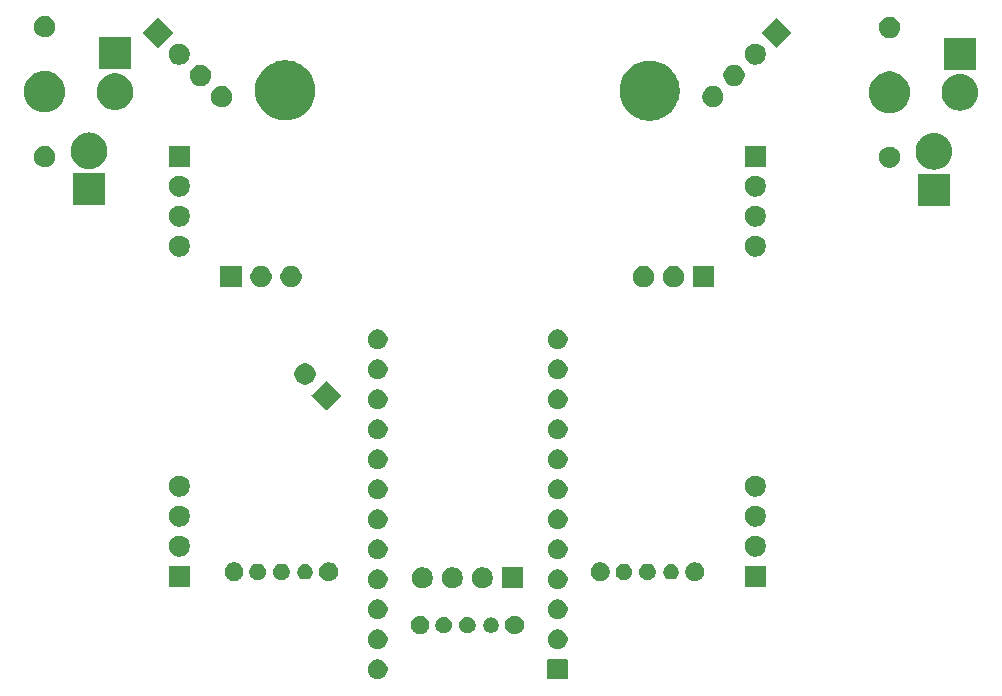
<source format=gbr>
G04 #@! TF.GenerationSoftware,KiCad,Pcbnew,9.0.2*
G04 #@! TF.CreationDate,2025-09-01T17:42:29-04:00*
G04 #@! TF.ProjectId,Trackball,54726163-6b62-4616-9c6c-2e6b69636164,rev?*
G04 #@! TF.SameCoordinates,Original*
G04 #@! TF.FileFunction,Soldermask,Bot*
G04 #@! TF.FilePolarity,Negative*
%FSLAX46Y46*%
G04 Gerber Fmt 4.6, Leading zero omitted, Abs format (unit mm)*
G04 Created by KiCad (PCBNEW 9.0.2) date 2025-09-01 17:42:29*
%MOMM*%
%LPD*%
G01*
G04 APERTURE LIST*
G04 APERTURE END LIST*
G36*
X137180807Y-134093912D02*
G01*
X137197352Y-134104968D01*
X137208408Y-134121513D01*
X137212290Y-134141030D01*
X137212290Y-135741030D01*
X137208408Y-135760547D01*
X137197352Y-135777092D01*
X137180807Y-135788148D01*
X137161290Y-135792030D01*
X135561290Y-135792030D01*
X135541773Y-135788148D01*
X135525228Y-135777092D01*
X135514172Y-135760547D01*
X135510290Y-135741030D01*
X135510290Y-134141030D01*
X135514172Y-134121513D01*
X135525228Y-134104968D01*
X135541773Y-134093912D01*
X135561290Y-134090030D01*
X137161290Y-134090030D01*
X137180807Y-134093912D01*
G37*
G36*
X121368322Y-134126674D02*
G01*
X121522449Y-134190515D01*
X121661159Y-134283198D01*
X121779122Y-134401161D01*
X121871805Y-134539871D01*
X121935646Y-134693998D01*
X121968192Y-134857617D01*
X121968192Y-135024443D01*
X121935646Y-135188062D01*
X121871805Y-135342189D01*
X121779122Y-135480899D01*
X121661159Y-135598862D01*
X121522449Y-135691545D01*
X121368322Y-135755386D01*
X121204703Y-135787932D01*
X121037877Y-135787932D01*
X120874258Y-135755386D01*
X120720131Y-135691545D01*
X120581421Y-135598862D01*
X120463458Y-135480899D01*
X120370775Y-135342189D01*
X120306934Y-135188062D01*
X120274388Y-135024443D01*
X120274388Y-134857617D01*
X120306934Y-134693998D01*
X120370775Y-134539871D01*
X120463458Y-134401161D01*
X120581421Y-134283198D01*
X120720131Y-134190515D01*
X120874258Y-134126674D01*
X121037877Y-134094128D01*
X121204703Y-134094128D01*
X121368322Y-134126674D01*
G37*
G36*
X121368322Y-131586674D02*
G01*
X121522449Y-131650515D01*
X121661159Y-131743198D01*
X121779122Y-131861161D01*
X121871805Y-131999871D01*
X121935646Y-132153998D01*
X121968192Y-132317617D01*
X121968192Y-132484443D01*
X121935646Y-132648062D01*
X121871805Y-132802189D01*
X121779122Y-132940899D01*
X121661159Y-133058862D01*
X121522449Y-133151545D01*
X121368322Y-133215386D01*
X121204703Y-133247932D01*
X121037877Y-133247932D01*
X120874258Y-133215386D01*
X120720131Y-133151545D01*
X120581421Y-133058862D01*
X120463458Y-132940899D01*
X120370775Y-132802189D01*
X120306934Y-132648062D01*
X120274388Y-132484443D01*
X120274388Y-132317617D01*
X120306934Y-132153998D01*
X120370775Y-131999871D01*
X120463458Y-131861161D01*
X120581421Y-131743198D01*
X120720131Y-131650515D01*
X120874258Y-131586674D01*
X121037877Y-131554128D01*
X121204703Y-131554128D01*
X121368322Y-131586674D01*
G37*
G36*
X136608322Y-131586674D02*
G01*
X136762449Y-131650515D01*
X136901159Y-131743198D01*
X137019122Y-131861161D01*
X137111805Y-131999871D01*
X137175646Y-132153998D01*
X137208192Y-132317617D01*
X137208192Y-132484443D01*
X137175646Y-132648062D01*
X137111805Y-132802189D01*
X137019122Y-132940899D01*
X136901159Y-133058862D01*
X136762449Y-133151545D01*
X136608322Y-133215386D01*
X136444703Y-133247932D01*
X136277877Y-133247932D01*
X136114258Y-133215386D01*
X135960131Y-133151545D01*
X135821421Y-133058862D01*
X135703458Y-132940899D01*
X135610775Y-132802189D01*
X135546934Y-132648062D01*
X135514388Y-132484443D01*
X135514388Y-132317617D01*
X135546934Y-132153998D01*
X135610775Y-131999871D01*
X135703458Y-131861161D01*
X135821421Y-131743198D01*
X135960131Y-131650515D01*
X136114258Y-131586674D01*
X136277877Y-131554128D01*
X136444703Y-131554128D01*
X136608322Y-131586674D01*
G37*
G36*
X124953808Y-130414521D02*
G01*
X125098879Y-130474611D01*
X125229439Y-130561849D01*
X125340471Y-130672881D01*
X125427709Y-130803441D01*
X125487799Y-130948512D01*
X125518433Y-131102518D01*
X125518433Y-131259542D01*
X125487799Y-131413548D01*
X125427709Y-131558619D01*
X125340471Y-131689179D01*
X125229439Y-131800211D01*
X125098879Y-131887449D01*
X124953808Y-131947539D01*
X124799802Y-131978173D01*
X124642778Y-131978173D01*
X124488772Y-131947539D01*
X124343701Y-131887449D01*
X124213141Y-131800211D01*
X124102109Y-131689179D01*
X124014871Y-131558619D01*
X123954781Y-131413548D01*
X123924147Y-131259542D01*
X123924147Y-131102518D01*
X123954781Y-130948512D01*
X124014871Y-130803441D01*
X124102109Y-130672881D01*
X124213141Y-130561849D01*
X124343701Y-130474611D01*
X124488772Y-130414521D01*
X124642778Y-130383887D01*
X124799802Y-130383887D01*
X124953808Y-130414521D01*
G37*
G36*
X132953808Y-130414521D02*
G01*
X133098879Y-130474611D01*
X133229439Y-130561849D01*
X133340471Y-130672881D01*
X133427709Y-130803441D01*
X133487799Y-130948512D01*
X133518433Y-131102518D01*
X133518433Y-131259542D01*
X133487799Y-131413548D01*
X133427709Y-131558619D01*
X133340471Y-131689179D01*
X133229439Y-131800211D01*
X133098879Y-131887449D01*
X132953808Y-131947539D01*
X132799802Y-131978173D01*
X132642778Y-131978173D01*
X132488772Y-131947539D01*
X132343701Y-131887449D01*
X132213141Y-131800211D01*
X132102109Y-131689179D01*
X132014871Y-131558619D01*
X131954781Y-131413548D01*
X131924147Y-131259542D01*
X131924147Y-131102518D01*
X131954781Y-130948512D01*
X132014871Y-130803441D01*
X132102109Y-130672881D01*
X132213141Y-130561849D01*
X132343701Y-130474611D01*
X132488772Y-130414521D01*
X132642778Y-130383887D01*
X132799802Y-130383887D01*
X132953808Y-130414521D01*
G37*
G36*
X126924780Y-130510215D02*
G01*
X127051739Y-130562803D01*
X127166000Y-130639150D01*
X127263170Y-130736320D01*
X127339517Y-130850581D01*
X127392105Y-130977540D01*
X127418914Y-131112320D01*
X127418914Y-131249740D01*
X127392105Y-131384520D01*
X127339517Y-131511479D01*
X127263170Y-131625740D01*
X127166000Y-131722910D01*
X127051739Y-131799257D01*
X126924780Y-131851845D01*
X126790000Y-131878654D01*
X126652580Y-131878654D01*
X126517800Y-131851845D01*
X126390841Y-131799257D01*
X126276580Y-131722910D01*
X126179410Y-131625740D01*
X126103063Y-131511479D01*
X126050475Y-131384520D01*
X126023666Y-131249740D01*
X126023666Y-131112320D01*
X126050475Y-130977540D01*
X126103063Y-130850581D01*
X126179410Y-130736320D01*
X126276580Y-130639150D01*
X126390841Y-130562803D01*
X126517800Y-130510215D01*
X126652580Y-130483406D01*
X126790000Y-130483406D01*
X126924780Y-130510215D01*
G37*
G36*
X128924780Y-130510215D02*
G01*
X129051739Y-130562803D01*
X129166000Y-130639150D01*
X129263170Y-130736320D01*
X129339517Y-130850581D01*
X129392105Y-130977540D01*
X129418914Y-131112320D01*
X129418914Y-131249740D01*
X129392105Y-131384520D01*
X129339517Y-131511479D01*
X129263170Y-131625740D01*
X129166000Y-131722910D01*
X129051739Y-131799257D01*
X128924780Y-131851845D01*
X128790000Y-131878654D01*
X128652580Y-131878654D01*
X128517800Y-131851845D01*
X128390841Y-131799257D01*
X128276580Y-131722910D01*
X128179410Y-131625740D01*
X128103063Y-131511479D01*
X128050475Y-131384520D01*
X128023666Y-131249740D01*
X128023666Y-131112320D01*
X128050475Y-130977540D01*
X128103063Y-130850581D01*
X128179410Y-130736320D01*
X128276580Y-130639150D01*
X128390841Y-130562803D01*
X128517800Y-130510215D01*
X128652580Y-130483406D01*
X128790000Y-130483406D01*
X128924780Y-130510215D01*
G37*
G36*
X130910265Y-130558062D02*
G01*
X131028169Y-130606899D01*
X131134280Y-130677800D01*
X131224520Y-130768040D01*
X131295421Y-130874151D01*
X131344258Y-130992055D01*
X131369155Y-131117221D01*
X131369155Y-131244839D01*
X131344258Y-131370005D01*
X131295421Y-131487909D01*
X131224520Y-131594020D01*
X131134280Y-131684260D01*
X131028169Y-131755161D01*
X130910265Y-131803998D01*
X130785099Y-131828895D01*
X130657481Y-131828895D01*
X130532315Y-131803998D01*
X130414411Y-131755161D01*
X130308300Y-131684260D01*
X130218060Y-131594020D01*
X130147159Y-131487909D01*
X130098322Y-131370005D01*
X130073425Y-131244839D01*
X130073425Y-131117221D01*
X130098322Y-130992055D01*
X130147159Y-130874151D01*
X130218060Y-130768040D01*
X130308300Y-130677800D01*
X130414411Y-130606899D01*
X130532315Y-130558062D01*
X130657481Y-130533165D01*
X130785099Y-130533165D01*
X130910265Y-130558062D01*
G37*
G36*
X121368322Y-129046674D02*
G01*
X121522449Y-129110515D01*
X121661159Y-129203198D01*
X121779122Y-129321161D01*
X121871805Y-129459871D01*
X121935646Y-129613998D01*
X121968192Y-129777617D01*
X121968192Y-129944443D01*
X121935646Y-130108062D01*
X121871805Y-130262189D01*
X121779122Y-130400899D01*
X121661159Y-130518862D01*
X121522449Y-130611545D01*
X121368322Y-130675386D01*
X121204703Y-130707932D01*
X121037877Y-130707932D01*
X120874258Y-130675386D01*
X120720131Y-130611545D01*
X120581421Y-130518862D01*
X120463458Y-130400899D01*
X120370775Y-130262189D01*
X120306934Y-130108062D01*
X120274388Y-129944443D01*
X120274388Y-129777617D01*
X120306934Y-129613998D01*
X120370775Y-129459871D01*
X120463458Y-129321161D01*
X120581421Y-129203198D01*
X120720131Y-129110515D01*
X120874258Y-129046674D01*
X121037877Y-129014128D01*
X121204703Y-129014128D01*
X121368322Y-129046674D01*
G37*
G36*
X136608322Y-129046674D02*
G01*
X136762449Y-129110515D01*
X136901159Y-129203198D01*
X137019122Y-129321161D01*
X137111805Y-129459871D01*
X137175646Y-129613998D01*
X137208192Y-129777617D01*
X137208192Y-129944443D01*
X137175646Y-130108062D01*
X137111805Y-130262189D01*
X137019122Y-130400899D01*
X136901159Y-130518862D01*
X136762449Y-130611545D01*
X136608322Y-130675386D01*
X136444703Y-130707932D01*
X136277877Y-130707932D01*
X136114258Y-130675386D01*
X135960131Y-130611545D01*
X135821421Y-130518862D01*
X135703458Y-130400899D01*
X135610775Y-130262189D01*
X135546934Y-130108062D01*
X135514388Y-129944443D01*
X135514388Y-129777617D01*
X135546934Y-129613998D01*
X135610775Y-129459871D01*
X135703458Y-129321161D01*
X135821421Y-129203198D01*
X135960131Y-129110515D01*
X136114258Y-129046674D01*
X136277877Y-129014128D01*
X136444703Y-129014128D01*
X136608322Y-129046674D01*
G37*
G36*
X121368322Y-126506674D02*
G01*
X121522449Y-126570515D01*
X121661159Y-126663198D01*
X121779122Y-126781161D01*
X121871805Y-126919871D01*
X121935646Y-127073998D01*
X121968192Y-127237617D01*
X121968192Y-127404443D01*
X121935646Y-127568062D01*
X121871805Y-127722189D01*
X121779122Y-127860899D01*
X121661159Y-127978862D01*
X121522449Y-128071545D01*
X121368322Y-128135386D01*
X121204703Y-128167932D01*
X121037877Y-128167932D01*
X120874258Y-128135386D01*
X120720131Y-128071545D01*
X120581421Y-127978862D01*
X120463458Y-127860899D01*
X120370775Y-127722189D01*
X120306934Y-127568062D01*
X120274388Y-127404443D01*
X120274388Y-127237617D01*
X120306934Y-127073998D01*
X120370775Y-126919871D01*
X120463458Y-126781161D01*
X120581421Y-126663198D01*
X120720131Y-126570515D01*
X120874258Y-126506674D01*
X121037877Y-126474128D01*
X121204703Y-126474128D01*
X121368322Y-126506674D01*
G37*
G36*
X136608322Y-126506674D02*
G01*
X136762449Y-126570515D01*
X136901159Y-126663198D01*
X137019122Y-126781161D01*
X137111805Y-126919871D01*
X137175646Y-127073998D01*
X137208192Y-127237617D01*
X137208192Y-127404443D01*
X137175646Y-127568062D01*
X137111805Y-127722189D01*
X137019122Y-127860899D01*
X136901159Y-127978862D01*
X136762449Y-128071545D01*
X136608322Y-128135386D01*
X136444703Y-128167932D01*
X136277877Y-128167932D01*
X136114258Y-128135386D01*
X135960131Y-128071545D01*
X135821421Y-127978862D01*
X135703458Y-127860899D01*
X135610775Y-127722189D01*
X135546934Y-127568062D01*
X135514388Y-127404443D01*
X135514388Y-127237617D01*
X135546934Y-127073998D01*
X135610775Y-126919871D01*
X135703458Y-126781161D01*
X135821421Y-126663198D01*
X135960131Y-126570515D01*
X136114258Y-126506674D01*
X136277877Y-126474128D01*
X136444703Y-126474128D01*
X136608322Y-126506674D01*
G37*
G36*
X133400807Y-126284912D02*
G01*
X133417352Y-126295968D01*
X133428408Y-126312513D01*
X133432290Y-126332030D01*
X133432290Y-128032030D01*
X133428408Y-128051547D01*
X133417352Y-128068092D01*
X133400807Y-128079148D01*
X133381290Y-128083030D01*
X131681290Y-128083030D01*
X131661773Y-128079148D01*
X131645228Y-128068092D01*
X131634172Y-128051547D01*
X131630290Y-128032030D01*
X131630290Y-126332030D01*
X131634172Y-126312513D01*
X131645228Y-126295968D01*
X131661773Y-126284912D01*
X131681290Y-126281030D01*
X133381290Y-126281030D01*
X133400807Y-126284912D01*
G37*
G36*
X125172836Y-126319827D02*
G01*
X125336018Y-126387419D01*
X125482878Y-126485548D01*
X125607772Y-126610442D01*
X125705901Y-126757302D01*
X125773493Y-126920484D01*
X125807951Y-127093717D01*
X125807951Y-127270343D01*
X125773493Y-127443576D01*
X125705901Y-127606758D01*
X125607772Y-127753618D01*
X125482878Y-127878512D01*
X125336018Y-127976641D01*
X125172836Y-128044233D01*
X124999603Y-128078691D01*
X124822977Y-128078691D01*
X124649744Y-128044233D01*
X124486562Y-127976641D01*
X124339702Y-127878512D01*
X124214808Y-127753618D01*
X124116679Y-127606758D01*
X124049087Y-127443576D01*
X124014629Y-127270343D01*
X124014629Y-127093717D01*
X124049087Y-126920484D01*
X124116679Y-126757302D01*
X124214808Y-126610442D01*
X124339702Y-126485548D01*
X124486562Y-126387419D01*
X124649744Y-126319827D01*
X124822977Y-126285369D01*
X124999603Y-126285369D01*
X125172836Y-126319827D01*
G37*
G36*
X127712836Y-126319827D02*
G01*
X127876018Y-126387419D01*
X128022878Y-126485548D01*
X128147772Y-126610442D01*
X128245901Y-126757302D01*
X128313493Y-126920484D01*
X128347951Y-127093717D01*
X128347951Y-127270343D01*
X128313493Y-127443576D01*
X128245901Y-127606758D01*
X128147772Y-127753618D01*
X128022878Y-127878512D01*
X127876018Y-127976641D01*
X127712836Y-128044233D01*
X127539603Y-128078691D01*
X127362977Y-128078691D01*
X127189744Y-128044233D01*
X127026562Y-127976641D01*
X126879702Y-127878512D01*
X126754808Y-127753618D01*
X126656679Y-127606758D01*
X126589087Y-127443576D01*
X126554629Y-127270343D01*
X126554629Y-127093717D01*
X126589087Y-126920484D01*
X126656679Y-126757302D01*
X126754808Y-126610442D01*
X126879702Y-126485548D01*
X127026562Y-126387419D01*
X127189744Y-126319827D01*
X127362977Y-126285369D01*
X127539603Y-126285369D01*
X127712836Y-126319827D01*
G37*
G36*
X130252836Y-126319827D02*
G01*
X130416018Y-126387419D01*
X130562878Y-126485548D01*
X130687772Y-126610442D01*
X130785901Y-126757302D01*
X130853493Y-126920484D01*
X130887951Y-127093717D01*
X130887951Y-127270343D01*
X130853493Y-127443576D01*
X130785901Y-127606758D01*
X130687772Y-127753618D01*
X130562878Y-127878512D01*
X130416018Y-127976641D01*
X130252836Y-128044233D01*
X130079603Y-128078691D01*
X129902977Y-128078691D01*
X129729744Y-128044233D01*
X129566562Y-127976641D01*
X129419702Y-127878512D01*
X129294808Y-127753618D01*
X129196679Y-127606758D01*
X129129087Y-127443576D01*
X129094629Y-127270343D01*
X129094629Y-127093717D01*
X129129087Y-126920484D01*
X129196679Y-126757302D01*
X129294808Y-126610442D01*
X129419702Y-126485548D01*
X129566562Y-126387419D01*
X129729744Y-126319827D01*
X129902977Y-126285369D01*
X130079603Y-126285369D01*
X130252836Y-126319827D01*
G37*
G36*
X105206807Y-126151912D02*
G01*
X105223352Y-126162968D01*
X105234408Y-126179513D01*
X105238290Y-126199030D01*
X105238290Y-127899030D01*
X105234408Y-127918547D01*
X105223352Y-127935092D01*
X105206807Y-127946148D01*
X105187290Y-127950030D01*
X103487290Y-127950030D01*
X103467773Y-127946148D01*
X103451228Y-127935092D01*
X103440172Y-127918547D01*
X103436290Y-127899030D01*
X103436290Y-126199030D01*
X103440172Y-126179513D01*
X103451228Y-126162968D01*
X103467773Y-126151912D01*
X103487290Y-126148030D01*
X105187290Y-126148030D01*
X105206807Y-126151912D01*
G37*
G36*
X153974807Y-126151912D02*
G01*
X153991352Y-126162968D01*
X154002408Y-126179513D01*
X154006290Y-126199030D01*
X154006290Y-127899030D01*
X154002408Y-127918547D01*
X153991352Y-127935092D01*
X153974807Y-127946148D01*
X153955290Y-127950030D01*
X152255290Y-127950030D01*
X152235773Y-127946148D01*
X152219228Y-127935092D01*
X152208172Y-127918547D01*
X152204290Y-127899030D01*
X152204290Y-126199030D01*
X152208172Y-126179513D01*
X152219228Y-126162968D01*
X152235773Y-126151912D01*
X152255290Y-126148030D01*
X153955290Y-126148030D01*
X153974807Y-126151912D01*
G37*
G36*
X109203808Y-125914521D02*
G01*
X109348879Y-125974611D01*
X109479439Y-126061849D01*
X109590471Y-126172881D01*
X109677709Y-126303441D01*
X109737799Y-126448512D01*
X109768433Y-126602518D01*
X109768433Y-126759542D01*
X109737799Y-126913548D01*
X109677709Y-127058619D01*
X109590471Y-127189179D01*
X109479439Y-127300211D01*
X109348879Y-127387449D01*
X109203808Y-127447539D01*
X109049802Y-127478173D01*
X108892778Y-127478173D01*
X108738772Y-127447539D01*
X108593701Y-127387449D01*
X108463141Y-127300211D01*
X108352109Y-127189179D01*
X108264871Y-127058619D01*
X108204781Y-126913548D01*
X108174147Y-126759542D01*
X108174147Y-126602518D01*
X108204781Y-126448512D01*
X108264871Y-126303441D01*
X108352109Y-126172881D01*
X108463141Y-126061849D01*
X108593701Y-125974611D01*
X108738772Y-125914521D01*
X108892778Y-125883887D01*
X109049802Y-125883887D01*
X109203808Y-125914521D01*
G37*
G36*
X117203808Y-125914521D02*
G01*
X117348879Y-125974611D01*
X117479439Y-126061849D01*
X117590471Y-126172881D01*
X117677709Y-126303441D01*
X117737799Y-126448512D01*
X117768433Y-126602518D01*
X117768433Y-126759542D01*
X117737799Y-126913548D01*
X117677709Y-127058619D01*
X117590471Y-127189179D01*
X117479439Y-127300211D01*
X117348879Y-127387449D01*
X117203808Y-127447539D01*
X117049802Y-127478173D01*
X116892778Y-127478173D01*
X116738772Y-127447539D01*
X116593701Y-127387449D01*
X116463141Y-127300211D01*
X116352109Y-127189179D01*
X116264871Y-127058619D01*
X116204781Y-126913548D01*
X116174147Y-126759542D01*
X116174147Y-126602518D01*
X116204781Y-126448512D01*
X116264871Y-126303441D01*
X116352109Y-126172881D01*
X116463141Y-126061849D01*
X116593701Y-125974611D01*
X116738772Y-125914521D01*
X116892778Y-125883887D01*
X117049802Y-125883887D01*
X117203808Y-125914521D01*
G37*
G36*
X140203808Y-125914521D02*
G01*
X140348879Y-125974611D01*
X140479439Y-126061849D01*
X140590471Y-126172881D01*
X140677709Y-126303441D01*
X140737799Y-126448512D01*
X140768433Y-126602518D01*
X140768433Y-126759542D01*
X140737799Y-126913548D01*
X140677709Y-127058619D01*
X140590471Y-127189179D01*
X140479439Y-127300211D01*
X140348879Y-127387449D01*
X140203808Y-127447539D01*
X140049802Y-127478173D01*
X139892778Y-127478173D01*
X139738772Y-127447539D01*
X139593701Y-127387449D01*
X139463141Y-127300211D01*
X139352109Y-127189179D01*
X139264871Y-127058619D01*
X139204781Y-126913548D01*
X139174147Y-126759542D01*
X139174147Y-126602518D01*
X139204781Y-126448512D01*
X139264871Y-126303441D01*
X139352109Y-126172881D01*
X139463141Y-126061849D01*
X139593701Y-125974611D01*
X139738772Y-125914521D01*
X139892778Y-125883887D01*
X140049802Y-125883887D01*
X140203808Y-125914521D01*
G37*
G36*
X148203808Y-125914521D02*
G01*
X148348879Y-125974611D01*
X148479439Y-126061849D01*
X148590471Y-126172881D01*
X148677709Y-126303441D01*
X148737799Y-126448512D01*
X148768433Y-126602518D01*
X148768433Y-126759542D01*
X148737799Y-126913548D01*
X148677709Y-127058619D01*
X148590471Y-127189179D01*
X148479439Y-127300211D01*
X148348879Y-127387449D01*
X148203808Y-127447539D01*
X148049802Y-127478173D01*
X147892778Y-127478173D01*
X147738772Y-127447539D01*
X147593701Y-127387449D01*
X147463141Y-127300211D01*
X147352109Y-127189179D01*
X147264871Y-127058619D01*
X147204781Y-126913548D01*
X147174147Y-126759542D01*
X147174147Y-126602518D01*
X147204781Y-126448512D01*
X147264871Y-126303441D01*
X147352109Y-126172881D01*
X147463141Y-126061849D01*
X147593701Y-125974611D01*
X147738772Y-125914521D01*
X147892778Y-125883887D01*
X148049802Y-125883887D01*
X148203808Y-125914521D01*
G37*
G36*
X111174780Y-126010215D02*
G01*
X111301739Y-126062803D01*
X111416000Y-126139150D01*
X111513170Y-126236320D01*
X111589517Y-126350581D01*
X111642105Y-126477540D01*
X111668914Y-126612320D01*
X111668914Y-126749740D01*
X111642105Y-126884520D01*
X111589517Y-127011479D01*
X111513170Y-127125740D01*
X111416000Y-127222910D01*
X111301739Y-127299257D01*
X111174780Y-127351845D01*
X111040000Y-127378654D01*
X110902580Y-127378654D01*
X110767800Y-127351845D01*
X110640841Y-127299257D01*
X110526580Y-127222910D01*
X110429410Y-127125740D01*
X110353063Y-127011479D01*
X110300475Y-126884520D01*
X110273666Y-126749740D01*
X110273666Y-126612320D01*
X110300475Y-126477540D01*
X110353063Y-126350581D01*
X110429410Y-126236320D01*
X110526580Y-126139150D01*
X110640841Y-126062803D01*
X110767800Y-126010215D01*
X110902580Y-125983406D01*
X111040000Y-125983406D01*
X111174780Y-126010215D01*
G37*
G36*
X113174780Y-126010215D02*
G01*
X113301739Y-126062803D01*
X113416000Y-126139150D01*
X113513170Y-126236320D01*
X113589517Y-126350581D01*
X113642105Y-126477540D01*
X113668914Y-126612320D01*
X113668914Y-126749740D01*
X113642105Y-126884520D01*
X113589517Y-127011479D01*
X113513170Y-127125740D01*
X113416000Y-127222910D01*
X113301739Y-127299257D01*
X113174780Y-127351845D01*
X113040000Y-127378654D01*
X112902580Y-127378654D01*
X112767800Y-127351845D01*
X112640841Y-127299257D01*
X112526580Y-127222910D01*
X112429410Y-127125740D01*
X112353063Y-127011479D01*
X112300475Y-126884520D01*
X112273666Y-126749740D01*
X112273666Y-126612320D01*
X112300475Y-126477540D01*
X112353063Y-126350581D01*
X112429410Y-126236320D01*
X112526580Y-126139150D01*
X112640841Y-126062803D01*
X112767800Y-126010215D01*
X112902580Y-125983406D01*
X113040000Y-125983406D01*
X113174780Y-126010215D01*
G37*
G36*
X142174780Y-126010215D02*
G01*
X142301739Y-126062803D01*
X142416000Y-126139150D01*
X142513170Y-126236320D01*
X142589517Y-126350581D01*
X142642105Y-126477540D01*
X142668914Y-126612320D01*
X142668914Y-126749740D01*
X142642105Y-126884520D01*
X142589517Y-127011479D01*
X142513170Y-127125740D01*
X142416000Y-127222910D01*
X142301739Y-127299257D01*
X142174780Y-127351845D01*
X142040000Y-127378654D01*
X141902580Y-127378654D01*
X141767800Y-127351845D01*
X141640841Y-127299257D01*
X141526580Y-127222910D01*
X141429410Y-127125740D01*
X141353063Y-127011479D01*
X141300475Y-126884520D01*
X141273666Y-126749740D01*
X141273666Y-126612320D01*
X141300475Y-126477540D01*
X141353063Y-126350581D01*
X141429410Y-126236320D01*
X141526580Y-126139150D01*
X141640841Y-126062803D01*
X141767800Y-126010215D01*
X141902580Y-125983406D01*
X142040000Y-125983406D01*
X142174780Y-126010215D01*
G37*
G36*
X144174780Y-126010215D02*
G01*
X144301739Y-126062803D01*
X144416000Y-126139150D01*
X144513170Y-126236320D01*
X144589517Y-126350581D01*
X144642105Y-126477540D01*
X144668914Y-126612320D01*
X144668914Y-126749740D01*
X144642105Y-126884520D01*
X144589517Y-127011479D01*
X144513170Y-127125740D01*
X144416000Y-127222910D01*
X144301739Y-127299257D01*
X144174780Y-127351845D01*
X144040000Y-127378654D01*
X143902580Y-127378654D01*
X143767800Y-127351845D01*
X143640841Y-127299257D01*
X143526580Y-127222910D01*
X143429410Y-127125740D01*
X143353063Y-127011479D01*
X143300475Y-126884520D01*
X143273666Y-126749740D01*
X143273666Y-126612320D01*
X143300475Y-126477540D01*
X143353063Y-126350581D01*
X143429410Y-126236320D01*
X143526580Y-126139150D01*
X143640841Y-126062803D01*
X143767800Y-126010215D01*
X143902580Y-125983406D01*
X144040000Y-125983406D01*
X144174780Y-126010215D01*
G37*
G36*
X115160265Y-126058062D02*
G01*
X115278169Y-126106899D01*
X115384280Y-126177800D01*
X115474520Y-126268040D01*
X115545421Y-126374151D01*
X115594258Y-126492055D01*
X115619155Y-126617221D01*
X115619155Y-126744839D01*
X115594258Y-126870005D01*
X115545421Y-126987909D01*
X115474520Y-127094020D01*
X115384280Y-127184260D01*
X115278169Y-127255161D01*
X115160265Y-127303998D01*
X115035099Y-127328895D01*
X114907481Y-127328895D01*
X114782315Y-127303998D01*
X114664411Y-127255161D01*
X114558300Y-127184260D01*
X114468060Y-127094020D01*
X114397159Y-126987909D01*
X114348322Y-126870005D01*
X114323425Y-126744839D01*
X114323425Y-126617221D01*
X114348322Y-126492055D01*
X114397159Y-126374151D01*
X114468060Y-126268040D01*
X114558300Y-126177800D01*
X114664411Y-126106899D01*
X114782315Y-126058062D01*
X114907481Y-126033165D01*
X115035099Y-126033165D01*
X115160265Y-126058062D01*
G37*
G36*
X146160265Y-126058062D02*
G01*
X146278169Y-126106899D01*
X146384280Y-126177800D01*
X146474520Y-126268040D01*
X146545421Y-126374151D01*
X146594258Y-126492055D01*
X146619155Y-126617221D01*
X146619155Y-126744839D01*
X146594258Y-126870005D01*
X146545421Y-126987909D01*
X146474520Y-127094020D01*
X146384280Y-127184260D01*
X146278169Y-127255161D01*
X146160265Y-127303998D01*
X146035099Y-127328895D01*
X145907481Y-127328895D01*
X145782315Y-127303998D01*
X145664411Y-127255161D01*
X145558300Y-127184260D01*
X145468060Y-127094020D01*
X145397159Y-126987909D01*
X145348322Y-126870005D01*
X145323425Y-126744839D01*
X145323425Y-126617221D01*
X145348322Y-126492055D01*
X145397159Y-126374151D01*
X145468060Y-126268040D01*
X145558300Y-126177800D01*
X145664411Y-126106899D01*
X145782315Y-126058062D01*
X145907481Y-126033165D01*
X146035099Y-126033165D01*
X146160265Y-126058062D01*
G37*
G36*
X121368322Y-123966674D02*
G01*
X121522449Y-124030515D01*
X121661159Y-124123198D01*
X121779122Y-124241161D01*
X121871805Y-124379871D01*
X121935646Y-124533998D01*
X121968192Y-124697617D01*
X121968192Y-124864443D01*
X121935646Y-125028062D01*
X121871805Y-125182189D01*
X121779122Y-125320899D01*
X121661159Y-125438862D01*
X121522449Y-125531545D01*
X121368322Y-125595386D01*
X121204703Y-125627932D01*
X121037877Y-125627932D01*
X120874258Y-125595386D01*
X120720131Y-125531545D01*
X120581421Y-125438862D01*
X120463458Y-125320899D01*
X120370775Y-125182189D01*
X120306934Y-125028062D01*
X120274388Y-124864443D01*
X120274388Y-124697617D01*
X120306934Y-124533998D01*
X120370775Y-124379871D01*
X120463458Y-124241161D01*
X120581421Y-124123198D01*
X120720131Y-124030515D01*
X120874258Y-123966674D01*
X121037877Y-123934128D01*
X121204703Y-123934128D01*
X121368322Y-123966674D01*
G37*
G36*
X136608322Y-123966674D02*
G01*
X136762449Y-124030515D01*
X136901159Y-124123198D01*
X137019122Y-124241161D01*
X137111805Y-124379871D01*
X137175646Y-124533998D01*
X137208192Y-124697617D01*
X137208192Y-124864443D01*
X137175646Y-125028062D01*
X137111805Y-125182189D01*
X137019122Y-125320899D01*
X136901159Y-125438862D01*
X136762449Y-125531545D01*
X136608322Y-125595386D01*
X136444703Y-125627932D01*
X136277877Y-125627932D01*
X136114258Y-125595386D01*
X135960131Y-125531545D01*
X135821421Y-125438862D01*
X135703458Y-125320899D01*
X135610775Y-125182189D01*
X135546934Y-125028062D01*
X135514388Y-124864443D01*
X135514388Y-124697617D01*
X135546934Y-124533998D01*
X135610775Y-124379871D01*
X135703458Y-124241161D01*
X135821421Y-124123198D01*
X135960131Y-124030515D01*
X136114258Y-123966674D01*
X136277877Y-123934128D01*
X136444703Y-123934128D01*
X136608322Y-123966674D01*
G37*
G36*
X104598836Y-123646827D02*
G01*
X104762018Y-123714419D01*
X104908878Y-123812548D01*
X105033772Y-123937442D01*
X105131901Y-124084302D01*
X105199493Y-124247484D01*
X105233951Y-124420717D01*
X105233951Y-124597343D01*
X105199493Y-124770576D01*
X105131901Y-124933758D01*
X105033772Y-125080618D01*
X104908878Y-125205512D01*
X104762018Y-125303641D01*
X104598836Y-125371233D01*
X104425603Y-125405691D01*
X104248977Y-125405691D01*
X104075744Y-125371233D01*
X103912562Y-125303641D01*
X103765702Y-125205512D01*
X103640808Y-125080618D01*
X103542679Y-124933758D01*
X103475087Y-124770576D01*
X103440629Y-124597343D01*
X103440629Y-124420717D01*
X103475087Y-124247484D01*
X103542679Y-124084302D01*
X103640808Y-123937442D01*
X103765702Y-123812548D01*
X103912562Y-123714419D01*
X104075744Y-123646827D01*
X104248977Y-123612369D01*
X104425603Y-123612369D01*
X104598836Y-123646827D01*
G37*
G36*
X153366836Y-123646827D02*
G01*
X153530018Y-123714419D01*
X153676878Y-123812548D01*
X153801772Y-123937442D01*
X153899901Y-124084302D01*
X153967493Y-124247484D01*
X154001951Y-124420717D01*
X154001951Y-124597343D01*
X153967493Y-124770576D01*
X153899901Y-124933758D01*
X153801772Y-125080618D01*
X153676878Y-125205512D01*
X153530018Y-125303641D01*
X153366836Y-125371233D01*
X153193603Y-125405691D01*
X153016977Y-125405691D01*
X152843744Y-125371233D01*
X152680562Y-125303641D01*
X152533702Y-125205512D01*
X152408808Y-125080618D01*
X152310679Y-124933758D01*
X152243087Y-124770576D01*
X152208629Y-124597343D01*
X152208629Y-124420717D01*
X152243087Y-124247484D01*
X152310679Y-124084302D01*
X152408808Y-123937442D01*
X152533702Y-123812548D01*
X152680562Y-123714419D01*
X152843744Y-123646827D01*
X153016977Y-123612369D01*
X153193603Y-123612369D01*
X153366836Y-123646827D01*
G37*
G36*
X121368322Y-121426674D02*
G01*
X121522449Y-121490515D01*
X121661159Y-121583198D01*
X121779122Y-121701161D01*
X121871805Y-121839871D01*
X121935646Y-121993998D01*
X121968192Y-122157617D01*
X121968192Y-122324443D01*
X121935646Y-122488062D01*
X121871805Y-122642189D01*
X121779122Y-122780899D01*
X121661159Y-122898862D01*
X121522449Y-122991545D01*
X121368322Y-123055386D01*
X121204703Y-123087932D01*
X121037877Y-123087932D01*
X120874258Y-123055386D01*
X120720131Y-122991545D01*
X120581421Y-122898862D01*
X120463458Y-122780899D01*
X120370775Y-122642189D01*
X120306934Y-122488062D01*
X120274388Y-122324443D01*
X120274388Y-122157617D01*
X120306934Y-121993998D01*
X120370775Y-121839871D01*
X120463458Y-121701161D01*
X120581421Y-121583198D01*
X120720131Y-121490515D01*
X120874258Y-121426674D01*
X121037877Y-121394128D01*
X121204703Y-121394128D01*
X121368322Y-121426674D01*
G37*
G36*
X136608322Y-121426674D02*
G01*
X136762449Y-121490515D01*
X136901159Y-121583198D01*
X137019122Y-121701161D01*
X137111805Y-121839871D01*
X137175646Y-121993998D01*
X137208192Y-122157617D01*
X137208192Y-122324443D01*
X137175646Y-122488062D01*
X137111805Y-122642189D01*
X137019122Y-122780899D01*
X136901159Y-122898862D01*
X136762449Y-122991545D01*
X136608322Y-123055386D01*
X136444703Y-123087932D01*
X136277877Y-123087932D01*
X136114258Y-123055386D01*
X135960131Y-122991545D01*
X135821421Y-122898862D01*
X135703458Y-122780899D01*
X135610775Y-122642189D01*
X135546934Y-122488062D01*
X135514388Y-122324443D01*
X135514388Y-122157617D01*
X135546934Y-121993998D01*
X135610775Y-121839871D01*
X135703458Y-121701161D01*
X135821421Y-121583198D01*
X135960131Y-121490515D01*
X136114258Y-121426674D01*
X136277877Y-121394128D01*
X136444703Y-121394128D01*
X136608322Y-121426674D01*
G37*
G36*
X104598836Y-121106827D02*
G01*
X104762018Y-121174419D01*
X104908878Y-121272548D01*
X105033772Y-121397442D01*
X105131901Y-121544302D01*
X105199493Y-121707484D01*
X105233951Y-121880717D01*
X105233951Y-122057343D01*
X105199493Y-122230576D01*
X105131901Y-122393758D01*
X105033772Y-122540618D01*
X104908878Y-122665512D01*
X104762018Y-122763641D01*
X104598836Y-122831233D01*
X104425603Y-122865691D01*
X104248977Y-122865691D01*
X104075744Y-122831233D01*
X103912562Y-122763641D01*
X103765702Y-122665512D01*
X103640808Y-122540618D01*
X103542679Y-122393758D01*
X103475087Y-122230576D01*
X103440629Y-122057343D01*
X103440629Y-121880717D01*
X103475087Y-121707484D01*
X103542679Y-121544302D01*
X103640808Y-121397442D01*
X103765702Y-121272548D01*
X103912562Y-121174419D01*
X104075744Y-121106827D01*
X104248977Y-121072369D01*
X104425603Y-121072369D01*
X104598836Y-121106827D01*
G37*
G36*
X153366836Y-121106827D02*
G01*
X153530018Y-121174419D01*
X153676878Y-121272548D01*
X153801772Y-121397442D01*
X153899901Y-121544302D01*
X153967493Y-121707484D01*
X154001951Y-121880717D01*
X154001951Y-122057343D01*
X153967493Y-122230576D01*
X153899901Y-122393758D01*
X153801772Y-122540618D01*
X153676878Y-122665512D01*
X153530018Y-122763641D01*
X153366836Y-122831233D01*
X153193603Y-122865691D01*
X153016977Y-122865691D01*
X152843744Y-122831233D01*
X152680562Y-122763641D01*
X152533702Y-122665512D01*
X152408808Y-122540618D01*
X152310679Y-122393758D01*
X152243087Y-122230576D01*
X152208629Y-122057343D01*
X152208629Y-121880717D01*
X152243087Y-121707484D01*
X152310679Y-121544302D01*
X152408808Y-121397442D01*
X152533702Y-121272548D01*
X152680562Y-121174419D01*
X152843744Y-121106827D01*
X153016977Y-121072369D01*
X153193603Y-121072369D01*
X153366836Y-121106827D01*
G37*
G36*
X121368322Y-118886674D02*
G01*
X121522449Y-118950515D01*
X121661159Y-119043198D01*
X121779122Y-119161161D01*
X121871805Y-119299871D01*
X121935646Y-119453998D01*
X121968192Y-119617617D01*
X121968192Y-119784443D01*
X121935646Y-119948062D01*
X121871805Y-120102189D01*
X121779122Y-120240899D01*
X121661159Y-120358862D01*
X121522449Y-120451545D01*
X121368322Y-120515386D01*
X121204703Y-120547932D01*
X121037877Y-120547932D01*
X120874258Y-120515386D01*
X120720131Y-120451545D01*
X120581421Y-120358862D01*
X120463458Y-120240899D01*
X120370775Y-120102189D01*
X120306934Y-119948062D01*
X120274388Y-119784443D01*
X120274388Y-119617617D01*
X120306934Y-119453998D01*
X120370775Y-119299871D01*
X120463458Y-119161161D01*
X120581421Y-119043198D01*
X120720131Y-118950515D01*
X120874258Y-118886674D01*
X121037877Y-118854128D01*
X121204703Y-118854128D01*
X121368322Y-118886674D01*
G37*
G36*
X136608322Y-118886674D02*
G01*
X136762449Y-118950515D01*
X136901159Y-119043198D01*
X137019122Y-119161161D01*
X137111805Y-119299871D01*
X137175646Y-119453998D01*
X137208192Y-119617617D01*
X137208192Y-119784443D01*
X137175646Y-119948062D01*
X137111805Y-120102189D01*
X137019122Y-120240899D01*
X136901159Y-120358862D01*
X136762449Y-120451545D01*
X136608322Y-120515386D01*
X136444703Y-120547932D01*
X136277877Y-120547932D01*
X136114258Y-120515386D01*
X135960131Y-120451545D01*
X135821421Y-120358862D01*
X135703458Y-120240899D01*
X135610775Y-120102189D01*
X135546934Y-119948062D01*
X135514388Y-119784443D01*
X135514388Y-119617617D01*
X135546934Y-119453998D01*
X135610775Y-119299871D01*
X135703458Y-119161161D01*
X135821421Y-119043198D01*
X135960131Y-118950515D01*
X136114258Y-118886674D01*
X136277877Y-118854128D01*
X136444703Y-118854128D01*
X136608322Y-118886674D01*
G37*
G36*
X104598836Y-118566827D02*
G01*
X104762018Y-118634419D01*
X104908878Y-118732548D01*
X105033772Y-118857442D01*
X105131901Y-119004302D01*
X105199493Y-119167484D01*
X105233951Y-119340717D01*
X105233951Y-119517343D01*
X105199493Y-119690576D01*
X105131901Y-119853758D01*
X105033772Y-120000618D01*
X104908878Y-120125512D01*
X104762018Y-120223641D01*
X104598836Y-120291233D01*
X104425603Y-120325691D01*
X104248977Y-120325691D01*
X104075744Y-120291233D01*
X103912562Y-120223641D01*
X103765702Y-120125512D01*
X103640808Y-120000618D01*
X103542679Y-119853758D01*
X103475087Y-119690576D01*
X103440629Y-119517343D01*
X103440629Y-119340717D01*
X103475087Y-119167484D01*
X103542679Y-119004302D01*
X103640808Y-118857442D01*
X103765702Y-118732548D01*
X103912562Y-118634419D01*
X104075744Y-118566827D01*
X104248977Y-118532369D01*
X104425603Y-118532369D01*
X104598836Y-118566827D01*
G37*
G36*
X153366836Y-118566827D02*
G01*
X153530018Y-118634419D01*
X153676878Y-118732548D01*
X153801772Y-118857442D01*
X153899901Y-119004302D01*
X153967493Y-119167484D01*
X154001951Y-119340717D01*
X154001951Y-119517343D01*
X153967493Y-119690576D01*
X153899901Y-119853758D01*
X153801772Y-120000618D01*
X153676878Y-120125512D01*
X153530018Y-120223641D01*
X153366836Y-120291233D01*
X153193603Y-120325691D01*
X153016977Y-120325691D01*
X152843744Y-120291233D01*
X152680562Y-120223641D01*
X152533702Y-120125512D01*
X152408808Y-120000618D01*
X152310679Y-119853758D01*
X152243087Y-119690576D01*
X152208629Y-119517343D01*
X152208629Y-119340717D01*
X152243087Y-119167484D01*
X152310679Y-119004302D01*
X152408808Y-118857442D01*
X152533702Y-118732548D01*
X152680562Y-118634419D01*
X152843744Y-118566827D01*
X153016977Y-118532369D01*
X153193603Y-118532369D01*
X153366836Y-118566827D01*
G37*
G36*
X121368322Y-116346674D02*
G01*
X121522449Y-116410515D01*
X121661159Y-116503198D01*
X121779122Y-116621161D01*
X121871805Y-116759871D01*
X121935646Y-116913998D01*
X121968192Y-117077617D01*
X121968192Y-117244443D01*
X121935646Y-117408062D01*
X121871805Y-117562189D01*
X121779122Y-117700899D01*
X121661159Y-117818862D01*
X121522449Y-117911545D01*
X121368322Y-117975386D01*
X121204703Y-118007932D01*
X121037877Y-118007932D01*
X120874258Y-117975386D01*
X120720131Y-117911545D01*
X120581421Y-117818862D01*
X120463458Y-117700899D01*
X120370775Y-117562189D01*
X120306934Y-117408062D01*
X120274388Y-117244443D01*
X120274388Y-117077617D01*
X120306934Y-116913998D01*
X120370775Y-116759871D01*
X120463458Y-116621161D01*
X120581421Y-116503198D01*
X120720131Y-116410515D01*
X120874258Y-116346674D01*
X121037877Y-116314128D01*
X121204703Y-116314128D01*
X121368322Y-116346674D01*
G37*
G36*
X136608322Y-116346674D02*
G01*
X136762449Y-116410515D01*
X136901159Y-116503198D01*
X137019122Y-116621161D01*
X137111805Y-116759871D01*
X137175646Y-116913998D01*
X137208192Y-117077617D01*
X137208192Y-117244443D01*
X137175646Y-117408062D01*
X137111805Y-117562189D01*
X137019122Y-117700899D01*
X136901159Y-117818862D01*
X136762449Y-117911545D01*
X136608322Y-117975386D01*
X136444703Y-118007932D01*
X136277877Y-118007932D01*
X136114258Y-117975386D01*
X135960131Y-117911545D01*
X135821421Y-117818862D01*
X135703458Y-117700899D01*
X135610775Y-117562189D01*
X135546934Y-117408062D01*
X135514388Y-117244443D01*
X135514388Y-117077617D01*
X135546934Y-116913998D01*
X135610775Y-116759871D01*
X135703458Y-116621161D01*
X135821421Y-116503198D01*
X135960131Y-116410515D01*
X136114258Y-116346674D01*
X136277877Y-116314128D01*
X136444703Y-116314128D01*
X136608322Y-116346674D01*
G37*
G36*
X121368322Y-113806674D02*
G01*
X121522449Y-113870515D01*
X121661159Y-113963198D01*
X121779122Y-114081161D01*
X121871805Y-114219871D01*
X121935646Y-114373998D01*
X121968192Y-114537617D01*
X121968192Y-114704443D01*
X121935646Y-114868062D01*
X121871805Y-115022189D01*
X121779122Y-115160899D01*
X121661159Y-115278862D01*
X121522449Y-115371545D01*
X121368322Y-115435386D01*
X121204703Y-115467932D01*
X121037877Y-115467932D01*
X120874258Y-115435386D01*
X120720131Y-115371545D01*
X120581421Y-115278862D01*
X120463458Y-115160899D01*
X120370775Y-115022189D01*
X120306934Y-114868062D01*
X120274388Y-114704443D01*
X120274388Y-114537617D01*
X120306934Y-114373998D01*
X120370775Y-114219871D01*
X120463458Y-114081161D01*
X120581421Y-113963198D01*
X120720131Y-113870515D01*
X120874258Y-113806674D01*
X121037877Y-113774128D01*
X121204703Y-113774128D01*
X121368322Y-113806674D01*
G37*
G36*
X136608322Y-113806674D02*
G01*
X136762449Y-113870515D01*
X136901159Y-113963198D01*
X137019122Y-114081161D01*
X137111805Y-114219871D01*
X137175646Y-114373998D01*
X137208192Y-114537617D01*
X137208192Y-114704443D01*
X137175646Y-114868062D01*
X137111805Y-115022189D01*
X137019122Y-115160899D01*
X136901159Y-115278862D01*
X136762449Y-115371545D01*
X136608322Y-115435386D01*
X136444703Y-115467932D01*
X136277877Y-115467932D01*
X136114258Y-115435386D01*
X135960131Y-115371545D01*
X135821421Y-115278862D01*
X135703458Y-115160899D01*
X135610775Y-115022189D01*
X135546934Y-114868062D01*
X135514388Y-114704443D01*
X135514388Y-114537617D01*
X135546934Y-114373998D01*
X135610775Y-114219871D01*
X135703458Y-114081161D01*
X135821421Y-113963198D01*
X135960131Y-113870515D01*
X136114258Y-113806674D01*
X136277877Y-113774128D01*
X136444703Y-113774128D01*
X136608322Y-113806674D01*
G37*
G36*
X116790807Y-110481830D02*
G01*
X116807352Y-110492886D01*
X118009434Y-111694968D01*
X118020490Y-111711513D01*
X118024371Y-111731030D01*
X118020490Y-111750547D01*
X118009434Y-111767092D01*
X116807352Y-112969174D01*
X116790807Y-112980230D01*
X116771290Y-112984111D01*
X116751773Y-112980230D01*
X116735228Y-112969174D01*
X115533146Y-111767092D01*
X115522090Y-111750547D01*
X115518209Y-111731030D01*
X115522090Y-111711513D01*
X115533146Y-111694968D01*
X116397075Y-110831039D01*
X116726523Y-110501590D01*
X116726526Y-110501587D01*
X116735228Y-110492886D01*
X116751773Y-110481830D01*
X116771290Y-110477949D01*
X116790807Y-110481830D01*
G37*
G36*
X121368322Y-111266674D02*
G01*
X121522449Y-111330515D01*
X121661159Y-111423198D01*
X121779122Y-111541161D01*
X121871805Y-111679871D01*
X121935646Y-111833998D01*
X121968192Y-111997617D01*
X121968192Y-112164443D01*
X121935646Y-112328062D01*
X121871805Y-112482189D01*
X121779122Y-112620899D01*
X121661159Y-112738862D01*
X121522449Y-112831545D01*
X121368322Y-112895386D01*
X121204703Y-112927932D01*
X121037877Y-112927932D01*
X120874258Y-112895386D01*
X120720131Y-112831545D01*
X120581421Y-112738862D01*
X120463458Y-112620899D01*
X120370775Y-112482189D01*
X120306934Y-112328062D01*
X120274388Y-112164443D01*
X120274388Y-111997617D01*
X120306934Y-111833998D01*
X120370775Y-111679871D01*
X120463458Y-111541161D01*
X120581421Y-111423198D01*
X120720131Y-111330515D01*
X120874258Y-111266674D01*
X121037877Y-111234128D01*
X121204703Y-111234128D01*
X121368322Y-111266674D01*
G37*
G36*
X136608322Y-111266674D02*
G01*
X136762449Y-111330515D01*
X136901159Y-111423198D01*
X137019122Y-111541161D01*
X137111805Y-111679871D01*
X137175646Y-111833998D01*
X137208192Y-111997617D01*
X137208192Y-112164443D01*
X137175646Y-112328062D01*
X137111805Y-112482189D01*
X137019122Y-112620899D01*
X136901159Y-112738862D01*
X136762449Y-112831545D01*
X136608322Y-112895386D01*
X136444703Y-112927932D01*
X136277877Y-112927932D01*
X136114258Y-112895386D01*
X135960131Y-112831545D01*
X135821421Y-112738862D01*
X135703458Y-112620899D01*
X135610775Y-112482189D01*
X135546934Y-112328062D01*
X135514388Y-112164443D01*
X135514388Y-111997617D01*
X135546934Y-111833998D01*
X135610775Y-111679871D01*
X135703458Y-111541161D01*
X135821421Y-111423198D01*
X135960131Y-111330515D01*
X136114258Y-111266674D01*
X136277877Y-111234128D01*
X136444703Y-111234128D01*
X136608322Y-111266674D01*
G37*
G36*
X115236785Y-109072776D02*
G01*
X115399967Y-109140368D01*
X115546827Y-109238497D01*
X115671721Y-109363391D01*
X115769850Y-109510251D01*
X115837442Y-109673433D01*
X115871900Y-109846666D01*
X115871900Y-110023292D01*
X115837442Y-110196525D01*
X115769850Y-110359707D01*
X115671721Y-110506567D01*
X115546827Y-110631461D01*
X115399967Y-110729590D01*
X115236785Y-110797182D01*
X115063552Y-110831640D01*
X114886926Y-110831640D01*
X114713693Y-110797182D01*
X114550511Y-110729590D01*
X114403651Y-110631461D01*
X114278757Y-110506567D01*
X114180628Y-110359707D01*
X114113036Y-110196525D01*
X114078578Y-110023292D01*
X114078578Y-109846666D01*
X114113036Y-109673433D01*
X114180628Y-109510251D01*
X114278757Y-109363391D01*
X114403651Y-109238497D01*
X114550511Y-109140368D01*
X114713693Y-109072776D01*
X114886926Y-109038318D01*
X115063552Y-109038318D01*
X115236785Y-109072776D01*
G37*
G36*
X121368322Y-108726674D02*
G01*
X121522449Y-108790515D01*
X121661159Y-108883198D01*
X121779122Y-109001161D01*
X121871805Y-109139871D01*
X121935646Y-109293998D01*
X121968192Y-109457617D01*
X121968192Y-109624443D01*
X121935646Y-109788062D01*
X121871805Y-109942189D01*
X121779122Y-110080899D01*
X121661159Y-110198862D01*
X121522449Y-110291545D01*
X121368322Y-110355386D01*
X121204703Y-110387932D01*
X121037877Y-110387932D01*
X120874258Y-110355386D01*
X120720131Y-110291545D01*
X120581421Y-110198862D01*
X120463458Y-110080899D01*
X120370775Y-109942189D01*
X120306934Y-109788062D01*
X120274388Y-109624443D01*
X120274388Y-109457617D01*
X120306934Y-109293998D01*
X120370775Y-109139871D01*
X120463458Y-109001161D01*
X120581421Y-108883198D01*
X120720131Y-108790515D01*
X120874258Y-108726674D01*
X121037877Y-108694128D01*
X121204703Y-108694128D01*
X121368322Y-108726674D01*
G37*
G36*
X136608322Y-108726674D02*
G01*
X136762449Y-108790515D01*
X136901159Y-108883198D01*
X137019122Y-109001161D01*
X137111805Y-109139871D01*
X137175646Y-109293998D01*
X137208192Y-109457617D01*
X137208192Y-109624443D01*
X137175646Y-109788062D01*
X137111805Y-109942189D01*
X137019122Y-110080899D01*
X136901159Y-110198862D01*
X136762449Y-110291545D01*
X136608322Y-110355386D01*
X136444703Y-110387932D01*
X136277877Y-110387932D01*
X136114258Y-110355386D01*
X135960131Y-110291545D01*
X135821421Y-110198862D01*
X135703458Y-110080899D01*
X135610775Y-109942189D01*
X135546934Y-109788062D01*
X135514388Y-109624443D01*
X135514388Y-109457617D01*
X135546934Y-109293998D01*
X135610775Y-109139871D01*
X135703458Y-109001161D01*
X135821421Y-108883198D01*
X135960131Y-108790515D01*
X136114258Y-108726674D01*
X136277877Y-108694128D01*
X136444703Y-108694128D01*
X136608322Y-108726674D01*
G37*
G36*
X121368322Y-106186674D02*
G01*
X121522449Y-106250515D01*
X121661159Y-106343198D01*
X121779122Y-106461161D01*
X121871805Y-106599871D01*
X121935646Y-106753998D01*
X121968192Y-106917617D01*
X121968192Y-107084443D01*
X121935646Y-107248062D01*
X121871805Y-107402189D01*
X121779122Y-107540899D01*
X121661159Y-107658862D01*
X121522449Y-107751545D01*
X121368322Y-107815386D01*
X121204703Y-107847932D01*
X121037877Y-107847932D01*
X120874258Y-107815386D01*
X120720131Y-107751545D01*
X120581421Y-107658862D01*
X120463458Y-107540899D01*
X120370775Y-107402189D01*
X120306934Y-107248062D01*
X120274388Y-107084443D01*
X120274388Y-106917617D01*
X120306934Y-106753998D01*
X120370775Y-106599871D01*
X120463458Y-106461161D01*
X120581421Y-106343198D01*
X120720131Y-106250515D01*
X120874258Y-106186674D01*
X121037877Y-106154128D01*
X121204703Y-106154128D01*
X121368322Y-106186674D01*
G37*
G36*
X136608322Y-106186674D02*
G01*
X136762449Y-106250515D01*
X136901159Y-106343198D01*
X137019122Y-106461161D01*
X137111805Y-106599871D01*
X137175646Y-106753998D01*
X137208192Y-106917617D01*
X137208192Y-107084443D01*
X137175646Y-107248062D01*
X137111805Y-107402189D01*
X137019122Y-107540899D01*
X136901159Y-107658862D01*
X136762449Y-107751545D01*
X136608322Y-107815386D01*
X136444703Y-107847932D01*
X136277877Y-107847932D01*
X136114258Y-107815386D01*
X135960131Y-107751545D01*
X135821421Y-107658862D01*
X135703458Y-107540899D01*
X135610775Y-107402189D01*
X135546934Y-107248062D01*
X135514388Y-107084443D01*
X135514388Y-106917617D01*
X135546934Y-106753998D01*
X135610775Y-106599871D01*
X135703458Y-106461161D01*
X135821421Y-106343198D01*
X135960131Y-106250515D01*
X136114258Y-106186674D01*
X136277877Y-106154128D01*
X136444703Y-106154128D01*
X136608322Y-106186674D01*
G37*
G36*
X109590807Y-100783912D02*
G01*
X109607352Y-100794968D01*
X109618408Y-100811513D01*
X109622290Y-100831030D01*
X109622290Y-102531030D01*
X109618408Y-102550547D01*
X109607352Y-102567092D01*
X109590807Y-102578148D01*
X109571290Y-102582030D01*
X107871290Y-102582030D01*
X107851773Y-102578148D01*
X107835228Y-102567092D01*
X107824172Y-102550547D01*
X107820290Y-102531030D01*
X107820290Y-100831030D01*
X107824172Y-100811513D01*
X107835228Y-100794968D01*
X107851773Y-100783912D01*
X107871290Y-100780030D01*
X109571290Y-100780030D01*
X109590807Y-100783912D01*
G37*
G36*
X149590807Y-100783912D02*
G01*
X149607352Y-100794968D01*
X149618408Y-100811513D01*
X149622290Y-100831030D01*
X149622290Y-102531030D01*
X149618408Y-102550547D01*
X149607352Y-102567092D01*
X149590807Y-102578148D01*
X149571290Y-102582030D01*
X147871290Y-102582030D01*
X147851773Y-102578148D01*
X147835228Y-102567092D01*
X147824172Y-102550547D01*
X147820290Y-102531030D01*
X147820290Y-100831030D01*
X147824172Y-100811513D01*
X147835228Y-100794968D01*
X147851773Y-100783912D01*
X147871290Y-100780030D01*
X149571290Y-100780030D01*
X149590807Y-100783912D01*
G37*
G36*
X111522836Y-100818827D02*
G01*
X111686018Y-100886419D01*
X111832878Y-100984548D01*
X111957772Y-101109442D01*
X112055901Y-101256302D01*
X112123493Y-101419484D01*
X112157951Y-101592717D01*
X112157951Y-101769343D01*
X112123493Y-101942576D01*
X112055901Y-102105758D01*
X111957772Y-102252618D01*
X111832878Y-102377512D01*
X111686018Y-102475641D01*
X111522836Y-102543233D01*
X111349603Y-102577691D01*
X111172977Y-102577691D01*
X110999744Y-102543233D01*
X110836562Y-102475641D01*
X110689702Y-102377512D01*
X110564808Y-102252618D01*
X110466679Y-102105758D01*
X110399087Y-101942576D01*
X110364629Y-101769343D01*
X110364629Y-101592717D01*
X110399087Y-101419484D01*
X110466679Y-101256302D01*
X110564808Y-101109442D01*
X110689702Y-100984548D01*
X110836562Y-100886419D01*
X110999744Y-100818827D01*
X111172977Y-100784369D01*
X111349603Y-100784369D01*
X111522836Y-100818827D01*
G37*
G36*
X114062836Y-100818827D02*
G01*
X114226018Y-100886419D01*
X114372878Y-100984548D01*
X114497772Y-101109442D01*
X114595901Y-101256302D01*
X114663493Y-101419484D01*
X114697951Y-101592717D01*
X114697951Y-101769343D01*
X114663493Y-101942576D01*
X114595901Y-102105758D01*
X114497772Y-102252618D01*
X114372878Y-102377512D01*
X114226018Y-102475641D01*
X114062836Y-102543233D01*
X113889603Y-102577691D01*
X113712977Y-102577691D01*
X113539744Y-102543233D01*
X113376562Y-102475641D01*
X113229702Y-102377512D01*
X113104808Y-102252618D01*
X113006679Y-102105758D01*
X112939087Y-101942576D01*
X112904629Y-101769343D01*
X112904629Y-101592717D01*
X112939087Y-101419484D01*
X113006679Y-101256302D01*
X113104808Y-101109442D01*
X113229702Y-100984548D01*
X113376562Y-100886419D01*
X113539744Y-100818827D01*
X113712977Y-100784369D01*
X113889603Y-100784369D01*
X114062836Y-100818827D01*
G37*
G36*
X143902836Y-100818827D02*
G01*
X144066018Y-100886419D01*
X144212878Y-100984548D01*
X144337772Y-101109442D01*
X144435901Y-101256302D01*
X144503493Y-101419484D01*
X144537951Y-101592717D01*
X144537951Y-101769343D01*
X144503493Y-101942576D01*
X144435901Y-102105758D01*
X144337772Y-102252618D01*
X144212878Y-102377512D01*
X144066018Y-102475641D01*
X143902836Y-102543233D01*
X143729603Y-102577691D01*
X143552977Y-102577691D01*
X143379744Y-102543233D01*
X143216562Y-102475641D01*
X143069702Y-102377512D01*
X142944808Y-102252618D01*
X142846679Y-102105758D01*
X142779087Y-101942576D01*
X142744629Y-101769343D01*
X142744629Y-101592717D01*
X142779087Y-101419484D01*
X142846679Y-101256302D01*
X142944808Y-101109442D01*
X143069702Y-100984548D01*
X143216562Y-100886419D01*
X143379744Y-100818827D01*
X143552977Y-100784369D01*
X143729603Y-100784369D01*
X143902836Y-100818827D01*
G37*
G36*
X146442836Y-100818827D02*
G01*
X146606018Y-100886419D01*
X146752878Y-100984548D01*
X146877772Y-101109442D01*
X146975901Y-101256302D01*
X147043493Y-101419484D01*
X147077951Y-101592717D01*
X147077951Y-101769343D01*
X147043493Y-101942576D01*
X146975901Y-102105758D01*
X146877772Y-102252618D01*
X146752878Y-102377512D01*
X146606018Y-102475641D01*
X146442836Y-102543233D01*
X146269603Y-102577691D01*
X146092977Y-102577691D01*
X145919744Y-102543233D01*
X145756562Y-102475641D01*
X145609702Y-102377512D01*
X145484808Y-102252618D01*
X145386679Y-102105758D01*
X145319087Y-101942576D01*
X145284629Y-101769343D01*
X145284629Y-101592717D01*
X145319087Y-101419484D01*
X145386679Y-101256302D01*
X145484808Y-101109442D01*
X145609702Y-100984548D01*
X145756562Y-100886419D01*
X145919744Y-100818827D01*
X146092977Y-100784369D01*
X146269603Y-100784369D01*
X146442836Y-100818827D01*
G37*
G36*
X104598836Y-98246827D02*
G01*
X104762018Y-98314419D01*
X104908878Y-98412548D01*
X105033772Y-98537442D01*
X105131901Y-98684302D01*
X105199493Y-98847484D01*
X105233951Y-99020717D01*
X105233951Y-99197343D01*
X105199493Y-99370576D01*
X105131901Y-99533758D01*
X105033772Y-99680618D01*
X104908878Y-99805512D01*
X104762018Y-99903641D01*
X104598836Y-99971233D01*
X104425603Y-100005691D01*
X104248977Y-100005691D01*
X104075744Y-99971233D01*
X103912562Y-99903641D01*
X103765702Y-99805512D01*
X103640808Y-99680618D01*
X103542679Y-99533758D01*
X103475087Y-99370576D01*
X103440629Y-99197343D01*
X103440629Y-99020717D01*
X103475087Y-98847484D01*
X103542679Y-98684302D01*
X103640808Y-98537442D01*
X103765702Y-98412548D01*
X103912562Y-98314419D01*
X104075744Y-98246827D01*
X104248977Y-98212369D01*
X104425603Y-98212369D01*
X104598836Y-98246827D01*
G37*
G36*
X153366836Y-98246827D02*
G01*
X153530018Y-98314419D01*
X153676878Y-98412548D01*
X153801772Y-98537442D01*
X153899901Y-98684302D01*
X153967493Y-98847484D01*
X154001951Y-99020717D01*
X154001951Y-99197343D01*
X153967493Y-99370576D01*
X153899901Y-99533758D01*
X153801772Y-99680618D01*
X153676878Y-99805512D01*
X153530018Y-99903641D01*
X153366836Y-99971233D01*
X153193603Y-100005691D01*
X153016977Y-100005691D01*
X152843744Y-99971233D01*
X152680562Y-99903641D01*
X152533702Y-99805512D01*
X152408808Y-99680618D01*
X152310679Y-99533758D01*
X152243087Y-99370576D01*
X152208629Y-99197343D01*
X152208629Y-99020717D01*
X152243087Y-98847484D01*
X152310679Y-98684302D01*
X152408808Y-98537442D01*
X152533702Y-98412548D01*
X152680562Y-98314419D01*
X152843744Y-98246827D01*
X153016977Y-98212369D01*
X153193603Y-98212369D01*
X153366836Y-98246827D01*
G37*
G36*
X104598836Y-95706827D02*
G01*
X104762018Y-95774419D01*
X104908878Y-95872548D01*
X105033772Y-95997442D01*
X105131901Y-96144302D01*
X105199493Y-96307484D01*
X105233951Y-96480717D01*
X105233951Y-96657343D01*
X105199493Y-96830576D01*
X105131901Y-96993758D01*
X105033772Y-97140618D01*
X104908878Y-97265512D01*
X104762018Y-97363641D01*
X104598836Y-97431233D01*
X104425603Y-97465691D01*
X104248977Y-97465691D01*
X104075744Y-97431233D01*
X103912562Y-97363641D01*
X103765702Y-97265512D01*
X103640808Y-97140618D01*
X103542679Y-96993758D01*
X103475087Y-96830576D01*
X103440629Y-96657343D01*
X103440629Y-96480717D01*
X103475087Y-96307484D01*
X103542679Y-96144302D01*
X103640808Y-95997442D01*
X103765702Y-95872548D01*
X103912562Y-95774419D01*
X104075744Y-95706827D01*
X104248977Y-95672369D01*
X104425603Y-95672369D01*
X104598836Y-95706827D01*
G37*
G36*
X153366836Y-95706827D02*
G01*
X153530018Y-95774419D01*
X153676878Y-95872548D01*
X153801772Y-95997442D01*
X153899901Y-96144302D01*
X153967493Y-96307484D01*
X154001951Y-96480717D01*
X154001951Y-96657343D01*
X153967493Y-96830576D01*
X153899901Y-96993758D01*
X153801772Y-97140618D01*
X153676878Y-97265512D01*
X153530018Y-97363641D01*
X153366836Y-97431233D01*
X153193603Y-97465691D01*
X153016977Y-97465691D01*
X152843744Y-97431233D01*
X152680562Y-97363641D01*
X152533702Y-97265512D01*
X152408808Y-97140618D01*
X152310679Y-96993758D01*
X152243087Y-96830576D01*
X152208629Y-96657343D01*
X152208629Y-96480717D01*
X152243087Y-96307484D01*
X152310679Y-96144302D01*
X152408808Y-95997442D01*
X152533702Y-95872548D01*
X152680562Y-95774419D01*
X152843744Y-95706827D01*
X153016977Y-95672369D01*
X153193603Y-95672369D01*
X153366836Y-95706827D01*
G37*
G36*
X169540807Y-93008912D02*
G01*
X169557352Y-93019968D01*
X169568408Y-93036513D01*
X169572290Y-93056030D01*
X169572290Y-95656030D01*
X169568408Y-95675547D01*
X169557352Y-95692092D01*
X169540807Y-95703148D01*
X169521290Y-95707030D01*
X166921290Y-95707030D01*
X166901773Y-95703148D01*
X166885228Y-95692092D01*
X166874172Y-95675547D01*
X166870290Y-95656030D01*
X166870290Y-93056030D01*
X166874172Y-93036513D01*
X166885228Y-93019968D01*
X166901773Y-93008912D01*
X166921290Y-93005030D01*
X169521290Y-93005030D01*
X169540807Y-93008912D01*
G37*
G36*
X98008807Y-92955912D02*
G01*
X98025352Y-92966968D01*
X98036408Y-92983513D01*
X98040290Y-93003030D01*
X98040290Y-95603030D01*
X98036408Y-95622547D01*
X98025352Y-95639092D01*
X98008807Y-95650148D01*
X97989290Y-95654030D01*
X95389290Y-95654030D01*
X95369773Y-95650148D01*
X95353228Y-95639092D01*
X95342172Y-95622547D01*
X95338290Y-95603030D01*
X95338290Y-93003030D01*
X95342172Y-92983513D01*
X95353228Y-92966968D01*
X95369773Y-92955912D01*
X95389290Y-92952030D01*
X97989290Y-92952030D01*
X98008807Y-92955912D01*
G37*
G36*
X104598836Y-93166827D02*
G01*
X104762018Y-93234419D01*
X104908878Y-93332548D01*
X105033772Y-93457442D01*
X105131901Y-93604302D01*
X105199493Y-93767484D01*
X105233951Y-93940717D01*
X105233951Y-94117343D01*
X105199493Y-94290576D01*
X105131901Y-94453758D01*
X105033772Y-94600618D01*
X104908878Y-94725512D01*
X104762018Y-94823641D01*
X104598836Y-94891233D01*
X104425603Y-94925691D01*
X104248977Y-94925691D01*
X104075744Y-94891233D01*
X103912562Y-94823641D01*
X103765702Y-94725512D01*
X103640808Y-94600618D01*
X103542679Y-94453758D01*
X103475087Y-94290576D01*
X103440629Y-94117343D01*
X103440629Y-93940717D01*
X103475087Y-93767484D01*
X103542679Y-93604302D01*
X103640808Y-93457442D01*
X103765702Y-93332548D01*
X103912562Y-93234419D01*
X104075744Y-93166827D01*
X104248977Y-93132369D01*
X104425603Y-93132369D01*
X104598836Y-93166827D01*
G37*
G36*
X153366836Y-93166827D02*
G01*
X153530018Y-93234419D01*
X153676878Y-93332548D01*
X153801772Y-93457442D01*
X153899901Y-93604302D01*
X153967493Y-93767484D01*
X154001951Y-93940717D01*
X154001951Y-94117343D01*
X153967493Y-94290576D01*
X153899901Y-94453758D01*
X153801772Y-94600618D01*
X153676878Y-94725512D01*
X153530018Y-94823641D01*
X153366836Y-94891233D01*
X153193603Y-94925691D01*
X153016977Y-94925691D01*
X152843744Y-94891233D01*
X152680562Y-94823641D01*
X152533702Y-94725512D01*
X152408808Y-94600618D01*
X152310679Y-94453758D01*
X152243087Y-94290576D01*
X152208629Y-94117343D01*
X152208629Y-93940717D01*
X152243087Y-93767484D01*
X152310679Y-93604302D01*
X152408808Y-93457442D01*
X152533702Y-93332548D01*
X152680562Y-93234419D01*
X152843744Y-93166827D01*
X153016977Y-93132369D01*
X153193603Y-93132369D01*
X153366836Y-93166827D01*
G37*
G36*
X168331772Y-89534811D02*
G01*
X168342980Y-89534811D01*
X168398178Y-89543553D01*
X168523824Y-89560095D01*
X168554479Y-89568309D01*
X168583364Y-89572884D01*
X168638910Y-89590932D01*
X168719757Y-89612595D01*
X168771340Y-89633961D01*
X168814832Y-89648093D01*
X168855576Y-89668853D01*
X168907160Y-89690220D01*
X168979643Y-89732068D01*
X169031685Y-89758585D01*
X169055345Y-89775775D01*
X169082829Y-89791643D01*
X169183364Y-89868786D01*
X169228584Y-89901640D01*
X169236509Y-89909565D01*
X169243756Y-89915126D01*
X169387193Y-90058563D01*
X169392753Y-90065809D01*
X169400680Y-90073736D01*
X169433537Y-90118960D01*
X169510676Y-90219490D01*
X169526542Y-90246971D01*
X169543735Y-90270635D01*
X169570254Y-90322682D01*
X169612099Y-90395159D01*
X169633463Y-90446736D01*
X169654227Y-90487488D01*
X169668360Y-90530985D01*
X169689724Y-90582562D01*
X169711383Y-90663396D01*
X169729436Y-90718956D01*
X169734011Y-90747846D01*
X169742224Y-90778495D01*
X169758764Y-90904129D01*
X169767509Y-90959340D01*
X169767509Y-90970548D01*
X169768702Y-90979610D01*
X169768702Y-91182449D01*
X169767509Y-91191510D01*
X169767509Y-91202720D01*
X169758763Y-91257935D01*
X169742224Y-91383564D01*
X169734012Y-91414210D01*
X169729436Y-91443104D01*
X169711381Y-91498668D01*
X169689724Y-91579497D01*
X169668361Y-91631069D01*
X169654227Y-91674572D01*
X169633461Y-91715327D01*
X169612099Y-91766900D01*
X169570258Y-91839368D01*
X169543735Y-91891425D01*
X169526539Y-91915092D01*
X169510676Y-91942569D01*
X169433551Y-92043080D01*
X169400680Y-92088324D01*
X169392749Y-92096254D01*
X169387193Y-92103496D01*
X169243756Y-92246933D01*
X169236514Y-92252489D01*
X169228584Y-92260420D01*
X169183340Y-92293291D01*
X169082829Y-92370416D01*
X169055352Y-92386279D01*
X169031685Y-92403475D01*
X168979628Y-92429998D01*
X168907160Y-92471839D01*
X168855587Y-92493201D01*
X168814832Y-92513967D01*
X168771329Y-92528101D01*
X168719757Y-92549464D01*
X168638928Y-92571121D01*
X168583364Y-92589176D01*
X168554470Y-92593752D01*
X168523824Y-92601964D01*
X168398192Y-92618504D01*
X168342980Y-92627249D01*
X168331771Y-92627249D01*
X168322710Y-92628442D01*
X168119870Y-92628442D01*
X168110809Y-92627249D01*
X168099600Y-92627249D01*
X168044389Y-92618504D01*
X167918755Y-92601964D01*
X167888106Y-92593751D01*
X167859216Y-92589176D01*
X167803656Y-92571123D01*
X167722822Y-92549464D01*
X167671245Y-92528100D01*
X167627748Y-92513967D01*
X167586996Y-92493203D01*
X167535419Y-92471839D01*
X167462942Y-92429994D01*
X167410895Y-92403475D01*
X167387231Y-92386282D01*
X167359750Y-92370416D01*
X167259220Y-92293277D01*
X167213996Y-92260420D01*
X167206069Y-92252493D01*
X167198823Y-92246933D01*
X167055386Y-92103496D01*
X167049825Y-92096249D01*
X167041900Y-92088324D01*
X167009046Y-92043104D01*
X166931903Y-91942569D01*
X166916035Y-91915085D01*
X166898845Y-91891425D01*
X166872328Y-91839383D01*
X166830480Y-91766900D01*
X166809113Y-91715316D01*
X166788353Y-91674572D01*
X166774221Y-91631080D01*
X166752855Y-91579497D01*
X166731192Y-91498650D01*
X166713144Y-91443104D01*
X166708569Y-91414219D01*
X166700355Y-91383564D01*
X166683814Y-91257921D01*
X166675071Y-91202720D01*
X166675071Y-91191510D01*
X166673878Y-91182449D01*
X166673878Y-90979610D01*
X166675071Y-90970548D01*
X166675071Y-90959340D01*
X166683813Y-90904143D01*
X166700355Y-90778495D01*
X166708569Y-90747837D01*
X166713144Y-90718956D01*
X166731190Y-90663413D01*
X166752855Y-90582562D01*
X166774223Y-90530974D01*
X166788353Y-90487488D01*
X166809111Y-90446747D01*
X166830480Y-90395159D01*
X166872332Y-90322667D01*
X166898845Y-90270635D01*
X166916032Y-90246978D01*
X166931903Y-90219490D01*
X167009060Y-90118936D01*
X167041900Y-90073736D01*
X167049822Y-90065813D01*
X167055386Y-90058563D01*
X167198823Y-89915126D01*
X167206073Y-89909562D01*
X167213996Y-89901640D01*
X167259196Y-89868800D01*
X167359750Y-89791643D01*
X167387238Y-89775772D01*
X167410895Y-89758585D01*
X167462927Y-89732072D01*
X167535419Y-89690220D01*
X167587007Y-89668851D01*
X167627748Y-89648093D01*
X167671234Y-89633963D01*
X167722822Y-89612595D01*
X167803673Y-89590930D01*
X167859216Y-89572884D01*
X167888097Y-89568309D01*
X167918755Y-89560095D01*
X168044403Y-89543553D01*
X168099600Y-89534811D01*
X168110808Y-89534811D01*
X168119870Y-89533618D01*
X168322710Y-89533618D01*
X168331772Y-89534811D01*
G37*
G36*
X96799772Y-89481811D02*
G01*
X96810980Y-89481811D01*
X96866178Y-89490553D01*
X96991824Y-89507095D01*
X97022479Y-89515309D01*
X97051364Y-89519884D01*
X97106910Y-89537932D01*
X97187757Y-89559595D01*
X97239340Y-89580961D01*
X97282832Y-89595093D01*
X97323576Y-89615853D01*
X97375160Y-89637220D01*
X97447643Y-89679068D01*
X97499685Y-89705585D01*
X97523345Y-89722775D01*
X97550829Y-89738643D01*
X97651364Y-89815786D01*
X97696584Y-89848640D01*
X97704509Y-89856565D01*
X97711756Y-89862126D01*
X97855193Y-90005563D01*
X97860753Y-90012809D01*
X97868680Y-90020736D01*
X97901537Y-90065960D01*
X97978676Y-90166490D01*
X97994542Y-90193971D01*
X98011735Y-90217635D01*
X98038254Y-90269682D01*
X98080099Y-90342159D01*
X98101463Y-90393736D01*
X98122227Y-90434488D01*
X98136360Y-90477985D01*
X98157724Y-90529562D01*
X98179383Y-90610396D01*
X98197436Y-90665956D01*
X98202011Y-90694846D01*
X98210224Y-90725495D01*
X98226764Y-90851129D01*
X98235509Y-90906340D01*
X98235509Y-90917548D01*
X98236702Y-90926610D01*
X98236702Y-91129449D01*
X98235509Y-91138510D01*
X98235509Y-91149720D01*
X98226763Y-91204935D01*
X98210224Y-91330564D01*
X98202012Y-91361210D01*
X98197436Y-91390104D01*
X98179381Y-91445668D01*
X98157724Y-91526497D01*
X98136361Y-91578069D01*
X98122227Y-91621572D01*
X98101461Y-91662327D01*
X98080099Y-91713900D01*
X98038258Y-91786368D01*
X98011735Y-91838425D01*
X97994539Y-91862092D01*
X97978676Y-91889569D01*
X97901551Y-91990080D01*
X97868680Y-92035324D01*
X97860749Y-92043254D01*
X97855193Y-92050496D01*
X97711756Y-92193933D01*
X97704514Y-92199489D01*
X97696584Y-92207420D01*
X97651340Y-92240291D01*
X97550829Y-92317416D01*
X97523352Y-92333279D01*
X97499685Y-92350475D01*
X97447628Y-92376998D01*
X97375160Y-92418839D01*
X97323587Y-92440201D01*
X97282832Y-92460967D01*
X97239329Y-92475101D01*
X97187757Y-92496464D01*
X97106928Y-92518121D01*
X97051364Y-92536176D01*
X97022470Y-92540752D01*
X96991824Y-92548964D01*
X96866192Y-92565504D01*
X96810980Y-92574249D01*
X96799771Y-92574249D01*
X96790710Y-92575442D01*
X96587870Y-92575442D01*
X96578809Y-92574249D01*
X96567600Y-92574249D01*
X96512389Y-92565504D01*
X96386755Y-92548964D01*
X96356106Y-92540751D01*
X96327216Y-92536176D01*
X96271656Y-92518123D01*
X96190822Y-92496464D01*
X96139245Y-92475100D01*
X96095748Y-92460967D01*
X96054996Y-92440203D01*
X96003419Y-92418839D01*
X95930942Y-92376994D01*
X95878895Y-92350475D01*
X95855231Y-92333282D01*
X95827750Y-92317416D01*
X95727220Y-92240277D01*
X95681996Y-92207420D01*
X95674069Y-92199493D01*
X95666823Y-92193933D01*
X95523386Y-92050496D01*
X95517825Y-92043249D01*
X95509900Y-92035324D01*
X95477046Y-91990104D01*
X95399903Y-91889569D01*
X95384035Y-91862085D01*
X95366845Y-91838425D01*
X95340328Y-91786383D01*
X95298480Y-91713900D01*
X95277113Y-91662316D01*
X95256353Y-91621572D01*
X95242221Y-91578080D01*
X95220855Y-91526497D01*
X95199192Y-91445650D01*
X95181144Y-91390104D01*
X95176569Y-91361219D01*
X95168355Y-91330564D01*
X95151814Y-91204921D01*
X95143071Y-91149720D01*
X95143071Y-91138510D01*
X95141878Y-91129449D01*
X95141878Y-90926610D01*
X95143071Y-90917548D01*
X95143071Y-90906340D01*
X95151813Y-90851143D01*
X95168355Y-90725495D01*
X95176569Y-90694837D01*
X95181144Y-90665956D01*
X95199190Y-90610413D01*
X95220855Y-90529562D01*
X95242223Y-90477974D01*
X95256353Y-90434488D01*
X95277111Y-90393747D01*
X95298480Y-90342159D01*
X95340332Y-90269667D01*
X95366845Y-90217635D01*
X95384032Y-90193978D01*
X95399903Y-90166490D01*
X95477060Y-90065936D01*
X95509900Y-90020736D01*
X95517822Y-90012813D01*
X95523386Y-90005563D01*
X95666823Y-89862126D01*
X95674073Y-89856562D01*
X95681996Y-89848640D01*
X95727196Y-89815800D01*
X95827750Y-89738643D01*
X95855238Y-89722772D01*
X95878895Y-89705585D01*
X95930927Y-89679072D01*
X96003419Y-89637220D01*
X96055007Y-89615851D01*
X96095748Y-89595093D01*
X96139234Y-89580963D01*
X96190822Y-89559595D01*
X96271673Y-89537930D01*
X96327216Y-89519884D01*
X96356097Y-89515309D01*
X96386755Y-89507095D01*
X96512403Y-89490553D01*
X96567600Y-89481811D01*
X96578808Y-89481811D01*
X96587870Y-89480618D01*
X96790710Y-89480618D01*
X96799772Y-89481811D01*
G37*
G36*
X164733098Y-90717966D02*
G01*
X164896443Y-90785625D01*
X165043449Y-90883852D01*
X165168468Y-91008871D01*
X165266695Y-91155877D01*
X165334354Y-91319222D01*
X165368847Y-91492628D01*
X165368847Y-91669432D01*
X165334354Y-91842838D01*
X165266695Y-92006183D01*
X165168468Y-92153189D01*
X165043449Y-92278208D01*
X164896443Y-92376435D01*
X164733098Y-92444094D01*
X164559692Y-92478587D01*
X164382888Y-92478587D01*
X164209482Y-92444094D01*
X164046137Y-92376435D01*
X163899131Y-92278208D01*
X163774112Y-92153189D01*
X163675885Y-92006183D01*
X163608226Y-91842838D01*
X163573733Y-91669432D01*
X163573733Y-91492628D01*
X163608226Y-91319222D01*
X163675885Y-91155877D01*
X163774112Y-91008871D01*
X163899131Y-90883852D01*
X164046137Y-90785625D01*
X164209482Y-90717966D01*
X164382888Y-90683473D01*
X164559692Y-90683473D01*
X164733098Y-90717966D01*
G37*
G36*
X93201098Y-90664966D02*
G01*
X93364443Y-90732625D01*
X93511449Y-90830852D01*
X93636468Y-90955871D01*
X93734695Y-91102877D01*
X93802354Y-91266222D01*
X93836847Y-91439628D01*
X93836847Y-91616432D01*
X93802354Y-91789838D01*
X93734695Y-91953183D01*
X93636468Y-92100189D01*
X93511449Y-92225208D01*
X93364443Y-92323435D01*
X93201098Y-92391094D01*
X93027692Y-92425587D01*
X92850888Y-92425587D01*
X92677482Y-92391094D01*
X92514137Y-92323435D01*
X92367131Y-92225208D01*
X92242112Y-92100189D01*
X92143885Y-91953183D01*
X92076226Y-91789838D01*
X92041733Y-91616432D01*
X92041733Y-91439628D01*
X92076226Y-91266222D01*
X92143885Y-91102877D01*
X92242112Y-90955871D01*
X92367131Y-90830852D01*
X92514137Y-90732625D01*
X92677482Y-90664966D01*
X92850888Y-90630473D01*
X93027692Y-90630473D01*
X93201098Y-90664966D01*
G37*
G36*
X105206807Y-90591912D02*
G01*
X105223352Y-90602968D01*
X105234408Y-90619513D01*
X105238290Y-90639030D01*
X105238290Y-92339030D01*
X105234408Y-92358547D01*
X105223352Y-92375092D01*
X105206807Y-92386148D01*
X105187290Y-92390030D01*
X103487290Y-92390030D01*
X103467773Y-92386148D01*
X103451228Y-92375092D01*
X103440172Y-92358547D01*
X103436290Y-92339030D01*
X103436290Y-90639030D01*
X103440172Y-90619513D01*
X103451228Y-90602968D01*
X103467773Y-90591912D01*
X103487290Y-90588030D01*
X105187290Y-90588030D01*
X105206807Y-90591912D01*
G37*
G36*
X153974807Y-90591912D02*
G01*
X153991352Y-90602968D01*
X154002408Y-90619513D01*
X154006290Y-90639030D01*
X154006290Y-92339030D01*
X154002408Y-92358547D01*
X153991352Y-92375092D01*
X153974807Y-92386148D01*
X153955290Y-92390030D01*
X152255290Y-92390030D01*
X152235773Y-92386148D01*
X152219228Y-92375092D01*
X152208172Y-92358547D01*
X152204290Y-92339030D01*
X152204290Y-90639030D01*
X152208172Y-90619513D01*
X152219228Y-90602968D01*
X152235773Y-90591912D01*
X152255290Y-90588030D01*
X153955290Y-90588030D01*
X153974807Y-90591912D01*
G37*
G36*
X144588598Y-83426073D02*
G01*
X144867497Y-83489730D01*
X145137515Y-83584213D01*
X145395257Y-83708335D01*
X145637480Y-83860534D01*
X145861140Y-84038897D01*
X146063423Y-84241180D01*
X146241786Y-84464840D01*
X146393985Y-84707063D01*
X146518107Y-84964805D01*
X146612590Y-85234823D01*
X146676247Y-85513722D01*
X146708277Y-85797994D01*
X146708277Y-86084066D01*
X146676247Y-86368338D01*
X146612590Y-86647237D01*
X146518107Y-86917255D01*
X146393985Y-87174997D01*
X146241786Y-87417220D01*
X146063423Y-87640880D01*
X145861140Y-87843163D01*
X145637480Y-88021526D01*
X145395257Y-88173725D01*
X145137515Y-88297847D01*
X144867497Y-88392330D01*
X144588598Y-88455987D01*
X144304326Y-88488017D01*
X144018254Y-88488017D01*
X143733982Y-88455987D01*
X143455083Y-88392330D01*
X143185065Y-88297847D01*
X142927323Y-88173725D01*
X142685100Y-88021526D01*
X142461440Y-87843163D01*
X142259157Y-87640880D01*
X142080794Y-87417220D01*
X141928595Y-87174997D01*
X141804473Y-86917255D01*
X141709990Y-86647237D01*
X141646333Y-86368338D01*
X141614303Y-86084066D01*
X141614303Y-85797994D01*
X141646333Y-85513722D01*
X141709990Y-85234823D01*
X141804473Y-84964805D01*
X141928595Y-84707063D01*
X142080794Y-84464840D01*
X142259157Y-84241180D01*
X142461440Y-84038897D01*
X142685100Y-83860534D01*
X142927323Y-83708335D01*
X143185065Y-83584213D01*
X143455083Y-83489730D01*
X143733982Y-83426073D01*
X144018254Y-83394043D01*
X144304326Y-83394043D01*
X144588598Y-83426073D01*
G37*
G36*
X113728598Y-83406073D02*
G01*
X114007497Y-83469730D01*
X114277515Y-83564213D01*
X114535257Y-83688335D01*
X114777480Y-83840534D01*
X115001140Y-84018897D01*
X115203423Y-84221180D01*
X115381786Y-84444840D01*
X115533985Y-84687063D01*
X115658107Y-84944805D01*
X115752590Y-85214823D01*
X115816247Y-85493722D01*
X115848277Y-85777994D01*
X115848277Y-86064066D01*
X115816247Y-86348338D01*
X115752590Y-86627237D01*
X115658107Y-86897255D01*
X115533985Y-87154997D01*
X115381786Y-87397220D01*
X115203423Y-87620880D01*
X115001140Y-87823163D01*
X114777480Y-88001526D01*
X114535257Y-88153725D01*
X114277515Y-88277847D01*
X114007497Y-88372330D01*
X113728598Y-88435987D01*
X113444326Y-88468017D01*
X113158254Y-88468017D01*
X112873982Y-88435987D01*
X112595083Y-88372330D01*
X112325065Y-88277847D01*
X112067323Y-88153725D01*
X111825100Y-88001526D01*
X111601440Y-87823163D01*
X111399157Y-87620880D01*
X111220794Y-87397220D01*
X111068595Y-87154997D01*
X110944473Y-86897255D01*
X110849990Y-86627237D01*
X110786333Y-86348338D01*
X110754303Y-86064066D01*
X110754303Y-85777994D01*
X110786333Y-85493722D01*
X110849990Y-85214823D01*
X110944473Y-84944805D01*
X111068595Y-84687063D01*
X111220794Y-84444840D01*
X111399157Y-84221180D01*
X111601440Y-84018897D01*
X111825100Y-83840534D01*
X112067323Y-83688335D01*
X112325065Y-83564213D01*
X112595083Y-83469730D01*
X112873982Y-83406073D01*
X113158254Y-83374043D01*
X113444326Y-83374043D01*
X113728598Y-83406073D01*
G37*
G36*
X164815722Y-84349454D02*
G01*
X165038791Y-84409225D01*
X165252151Y-84497601D01*
X165452149Y-84613070D01*
X165635365Y-84753657D01*
X165798663Y-84916955D01*
X165939250Y-85100171D01*
X166054719Y-85300169D01*
X166143095Y-85513529D01*
X166202866Y-85736598D01*
X166233010Y-85965561D01*
X166233010Y-86196499D01*
X166202866Y-86425462D01*
X166143095Y-86648531D01*
X166054719Y-86861891D01*
X165939250Y-87061889D01*
X165798663Y-87245105D01*
X165635365Y-87408403D01*
X165452149Y-87548990D01*
X165252151Y-87664459D01*
X165038791Y-87752835D01*
X164815722Y-87812606D01*
X164586759Y-87842750D01*
X164355821Y-87842750D01*
X164126858Y-87812606D01*
X163903789Y-87752835D01*
X163690429Y-87664459D01*
X163490431Y-87548990D01*
X163307215Y-87408403D01*
X163143917Y-87245105D01*
X163003330Y-87061889D01*
X162887861Y-86861891D01*
X162799485Y-86648531D01*
X162739714Y-86425462D01*
X162709570Y-86196499D01*
X162709570Y-85965561D01*
X162739714Y-85736598D01*
X162799485Y-85513529D01*
X162887861Y-85300169D01*
X163003330Y-85100171D01*
X163143917Y-84916955D01*
X163307215Y-84753657D01*
X163490431Y-84613070D01*
X163690429Y-84497601D01*
X163903789Y-84409225D01*
X164126858Y-84349454D01*
X164355821Y-84319310D01*
X164586759Y-84319310D01*
X164815722Y-84349454D01*
G37*
G36*
X93283722Y-84296454D02*
G01*
X93506791Y-84356225D01*
X93720151Y-84444601D01*
X93920149Y-84560070D01*
X94103365Y-84700657D01*
X94266663Y-84863955D01*
X94407250Y-85047171D01*
X94522719Y-85247169D01*
X94611095Y-85460529D01*
X94670866Y-85683598D01*
X94701010Y-85912561D01*
X94701010Y-86143499D01*
X94670866Y-86372462D01*
X94611095Y-86595531D01*
X94522719Y-86808891D01*
X94407250Y-87008889D01*
X94266663Y-87192105D01*
X94103365Y-87355403D01*
X93920149Y-87495990D01*
X93720151Y-87611459D01*
X93506791Y-87699835D01*
X93283722Y-87759606D01*
X93054759Y-87789750D01*
X92823821Y-87789750D01*
X92594858Y-87759606D01*
X92371789Y-87699835D01*
X92158429Y-87611459D01*
X91958431Y-87495990D01*
X91775215Y-87355403D01*
X91611917Y-87192105D01*
X91471330Y-87008889D01*
X91355861Y-86808891D01*
X91267485Y-86595531D01*
X91207714Y-86372462D01*
X91177570Y-86143499D01*
X91177570Y-85912561D01*
X91207714Y-85683598D01*
X91267485Y-85460529D01*
X91355861Y-85247169D01*
X91471330Y-85047171D01*
X91611917Y-84863955D01*
X91775215Y-84700657D01*
X91958431Y-84560070D01*
X92158429Y-84444601D01*
X92371789Y-84356225D01*
X92594858Y-84296454D01*
X92823821Y-84266310D01*
X93054759Y-84266310D01*
X93283722Y-84296454D01*
G37*
G36*
X170531772Y-84534811D02*
G01*
X170542980Y-84534811D01*
X170598178Y-84543553D01*
X170723824Y-84560095D01*
X170754479Y-84568309D01*
X170783364Y-84572884D01*
X170838910Y-84590932D01*
X170919757Y-84612595D01*
X170971340Y-84633961D01*
X171014832Y-84648093D01*
X171055576Y-84668853D01*
X171107160Y-84690220D01*
X171179643Y-84732068D01*
X171231685Y-84758585D01*
X171255345Y-84775775D01*
X171282829Y-84791643D01*
X171383364Y-84868786D01*
X171428584Y-84901640D01*
X171436509Y-84909565D01*
X171443756Y-84915126D01*
X171587193Y-85058563D01*
X171592753Y-85065809D01*
X171600680Y-85073736D01*
X171633537Y-85118960D01*
X171710676Y-85219490D01*
X171726542Y-85246971D01*
X171743735Y-85270635D01*
X171770254Y-85322682D01*
X171812099Y-85395159D01*
X171833463Y-85446736D01*
X171854227Y-85487488D01*
X171868360Y-85530985D01*
X171889724Y-85582562D01*
X171911383Y-85663396D01*
X171929436Y-85718956D01*
X171934011Y-85747846D01*
X171942224Y-85778495D01*
X171958764Y-85904129D01*
X171967509Y-85959340D01*
X171967509Y-85970548D01*
X171968702Y-85979610D01*
X171968702Y-86182449D01*
X171967509Y-86191510D01*
X171967509Y-86202720D01*
X171958763Y-86257935D01*
X171942224Y-86383564D01*
X171934012Y-86414210D01*
X171929436Y-86443104D01*
X171911381Y-86498668D01*
X171889724Y-86579497D01*
X171868361Y-86631069D01*
X171854227Y-86674572D01*
X171833461Y-86715327D01*
X171812099Y-86766900D01*
X171770258Y-86839368D01*
X171743735Y-86891425D01*
X171726539Y-86915092D01*
X171710676Y-86942569D01*
X171633551Y-87043080D01*
X171600680Y-87088324D01*
X171592749Y-87096254D01*
X171587193Y-87103496D01*
X171443756Y-87246933D01*
X171436514Y-87252489D01*
X171428584Y-87260420D01*
X171383340Y-87293291D01*
X171282829Y-87370416D01*
X171255352Y-87386279D01*
X171231685Y-87403475D01*
X171179628Y-87429998D01*
X171107160Y-87471839D01*
X171055587Y-87493201D01*
X171014832Y-87513967D01*
X170971329Y-87528101D01*
X170919757Y-87549464D01*
X170838928Y-87571121D01*
X170783364Y-87589176D01*
X170754470Y-87593752D01*
X170723824Y-87601964D01*
X170598192Y-87618504D01*
X170542980Y-87627249D01*
X170531771Y-87627249D01*
X170522710Y-87628442D01*
X170319870Y-87628442D01*
X170310809Y-87627249D01*
X170299600Y-87627249D01*
X170244389Y-87618504D01*
X170118755Y-87601964D01*
X170088106Y-87593751D01*
X170059216Y-87589176D01*
X170003656Y-87571123D01*
X169922822Y-87549464D01*
X169871245Y-87528100D01*
X169827748Y-87513967D01*
X169786996Y-87493203D01*
X169735419Y-87471839D01*
X169662942Y-87429994D01*
X169610895Y-87403475D01*
X169587231Y-87386282D01*
X169559750Y-87370416D01*
X169459220Y-87293277D01*
X169413996Y-87260420D01*
X169406069Y-87252493D01*
X169398823Y-87246933D01*
X169255386Y-87103496D01*
X169249825Y-87096249D01*
X169241900Y-87088324D01*
X169209046Y-87043104D01*
X169131903Y-86942569D01*
X169116035Y-86915085D01*
X169098845Y-86891425D01*
X169072328Y-86839383D01*
X169030480Y-86766900D01*
X169009113Y-86715316D01*
X168988353Y-86674572D01*
X168974221Y-86631080D01*
X168952855Y-86579497D01*
X168931192Y-86498650D01*
X168913144Y-86443104D01*
X168908569Y-86414219D01*
X168900355Y-86383564D01*
X168883814Y-86257921D01*
X168875071Y-86202720D01*
X168875071Y-86191510D01*
X168873878Y-86182449D01*
X168873878Y-85979610D01*
X168875071Y-85970548D01*
X168875071Y-85959340D01*
X168883813Y-85904143D01*
X168900355Y-85778495D01*
X168908569Y-85747837D01*
X168913144Y-85718956D01*
X168931190Y-85663413D01*
X168952855Y-85582562D01*
X168974223Y-85530974D01*
X168988353Y-85487488D01*
X169009111Y-85446747D01*
X169030480Y-85395159D01*
X169072332Y-85322667D01*
X169098845Y-85270635D01*
X169116032Y-85246978D01*
X169131903Y-85219490D01*
X169209060Y-85118936D01*
X169241900Y-85073736D01*
X169249822Y-85065813D01*
X169255386Y-85058563D01*
X169398823Y-84915126D01*
X169406073Y-84909562D01*
X169413996Y-84901640D01*
X169459196Y-84868800D01*
X169559750Y-84791643D01*
X169587238Y-84775772D01*
X169610895Y-84758585D01*
X169662927Y-84732072D01*
X169735419Y-84690220D01*
X169787007Y-84668851D01*
X169827748Y-84648093D01*
X169871234Y-84633963D01*
X169922822Y-84612595D01*
X170003673Y-84590930D01*
X170059216Y-84572884D01*
X170088097Y-84568309D01*
X170118755Y-84560095D01*
X170244403Y-84543553D01*
X170299600Y-84534811D01*
X170310808Y-84534811D01*
X170319870Y-84533618D01*
X170522710Y-84533618D01*
X170531772Y-84534811D01*
G37*
G36*
X98999772Y-84481811D02*
G01*
X99010980Y-84481811D01*
X99066178Y-84490553D01*
X99191824Y-84507095D01*
X99222479Y-84515309D01*
X99251364Y-84519884D01*
X99306910Y-84537932D01*
X99387757Y-84559595D01*
X99439340Y-84580961D01*
X99482832Y-84595093D01*
X99523576Y-84615853D01*
X99575160Y-84637220D01*
X99647643Y-84679068D01*
X99699685Y-84705585D01*
X99723345Y-84722775D01*
X99750829Y-84738643D01*
X99851364Y-84815786D01*
X99896584Y-84848640D01*
X99904509Y-84856565D01*
X99911756Y-84862126D01*
X100055193Y-85005563D01*
X100060753Y-85012809D01*
X100068680Y-85020736D01*
X100101537Y-85065960D01*
X100178676Y-85166490D01*
X100194542Y-85193971D01*
X100211735Y-85217635D01*
X100238254Y-85269682D01*
X100280099Y-85342159D01*
X100301463Y-85393736D01*
X100322227Y-85434488D01*
X100336360Y-85477985D01*
X100357724Y-85529562D01*
X100379383Y-85610396D01*
X100397436Y-85665956D01*
X100402011Y-85694846D01*
X100410224Y-85725495D01*
X100426764Y-85851129D01*
X100435509Y-85906340D01*
X100435509Y-85917548D01*
X100436702Y-85926610D01*
X100436702Y-86129449D01*
X100435509Y-86138510D01*
X100435509Y-86149720D01*
X100426763Y-86204935D01*
X100410224Y-86330564D01*
X100402012Y-86361210D01*
X100397436Y-86390104D01*
X100379381Y-86445668D01*
X100357724Y-86526497D01*
X100336361Y-86578069D01*
X100322227Y-86621572D01*
X100301461Y-86662327D01*
X100280099Y-86713900D01*
X100238258Y-86786368D01*
X100211735Y-86838425D01*
X100194539Y-86862092D01*
X100178676Y-86889569D01*
X100101551Y-86990080D01*
X100068680Y-87035324D01*
X100060749Y-87043254D01*
X100055193Y-87050496D01*
X99911756Y-87193933D01*
X99904514Y-87199489D01*
X99896584Y-87207420D01*
X99851340Y-87240291D01*
X99750829Y-87317416D01*
X99723352Y-87333279D01*
X99699685Y-87350475D01*
X99647628Y-87376998D01*
X99575160Y-87418839D01*
X99523587Y-87440201D01*
X99482832Y-87460967D01*
X99439329Y-87475101D01*
X99387757Y-87496464D01*
X99306928Y-87518121D01*
X99251364Y-87536176D01*
X99222470Y-87540752D01*
X99191824Y-87548964D01*
X99066192Y-87565504D01*
X99010980Y-87574249D01*
X98999771Y-87574249D01*
X98990710Y-87575442D01*
X98787870Y-87575442D01*
X98778809Y-87574249D01*
X98767600Y-87574249D01*
X98712389Y-87565504D01*
X98586755Y-87548964D01*
X98556106Y-87540751D01*
X98527216Y-87536176D01*
X98471656Y-87518123D01*
X98390822Y-87496464D01*
X98339245Y-87475100D01*
X98295748Y-87460967D01*
X98254996Y-87440203D01*
X98203419Y-87418839D01*
X98130942Y-87376994D01*
X98078895Y-87350475D01*
X98055231Y-87333282D01*
X98027750Y-87317416D01*
X97927220Y-87240277D01*
X97881996Y-87207420D01*
X97874069Y-87199493D01*
X97866823Y-87193933D01*
X97723386Y-87050496D01*
X97717825Y-87043249D01*
X97709900Y-87035324D01*
X97677046Y-86990104D01*
X97599903Y-86889569D01*
X97584035Y-86862085D01*
X97566845Y-86838425D01*
X97540328Y-86786383D01*
X97498480Y-86713900D01*
X97477113Y-86662316D01*
X97456353Y-86621572D01*
X97442221Y-86578080D01*
X97420855Y-86526497D01*
X97399192Y-86445650D01*
X97381144Y-86390104D01*
X97376569Y-86361219D01*
X97368355Y-86330564D01*
X97351814Y-86204921D01*
X97343071Y-86149720D01*
X97343071Y-86138510D01*
X97341878Y-86129449D01*
X97341878Y-85926610D01*
X97343071Y-85917548D01*
X97343071Y-85906340D01*
X97351813Y-85851143D01*
X97368355Y-85725495D01*
X97376569Y-85694837D01*
X97381144Y-85665956D01*
X97399190Y-85610413D01*
X97420855Y-85529562D01*
X97442223Y-85477974D01*
X97456353Y-85434488D01*
X97477111Y-85393747D01*
X97498480Y-85342159D01*
X97540332Y-85269667D01*
X97566845Y-85217635D01*
X97584032Y-85193978D01*
X97599903Y-85166490D01*
X97677060Y-85065936D01*
X97709900Y-85020736D01*
X97717822Y-85012813D01*
X97723386Y-85005563D01*
X97866823Y-84862126D01*
X97874073Y-84856562D01*
X97881996Y-84848640D01*
X97927196Y-84815800D01*
X98027750Y-84738643D01*
X98055238Y-84722772D01*
X98078895Y-84705585D01*
X98130927Y-84679072D01*
X98203419Y-84637220D01*
X98255007Y-84615851D01*
X98295748Y-84595093D01*
X98339234Y-84580963D01*
X98390822Y-84559595D01*
X98471673Y-84537930D01*
X98527216Y-84519884D01*
X98556097Y-84515309D01*
X98586755Y-84507095D01*
X98712403Y-84490553D01*
X98767600Y-84481811D01*
X98778808Y-84481811D01*
X98787870Y-84480618D01*
X98990710Y-84480618D01*
X98999772Y-84481811D01*
G37*
G36*
X149774682Y-85586981D02*
G01*
X149937864Y-85654573D01*
X150084724Y-85752702D01*
X150209618Y-85877596D01*
X150307747Y-86024456D01*
X150375339Y-86187638D01*
X150409797Y-86360871D01*
X150409797Y-86537497D01*
X150375339Y-86710730D01*
X150307747Y-86873912D01*
X150209618Y-87020772D01*
X150084724Y-87145666D01*
X149937864Y-87243795D01*
X149774682Y-87311387D01*
X149601449Y-87345845D01*
X149424823Y-87345845D01*
X149251590Y-87311387D01*
X149088408Y-87243795D01*
X148941548Y-87145666D01*
X148816654Y-87020772D01*
X148718525Y-86873912D01*
X148650933Y-86710730D01*
X148616475Y-86537497D01*
X148616475Y-86360871D01*
X148650933Y-86187638D01*
X148718525Y-86024456D01*
X148816654Y-85877596D01*
X148941548Y-85752702D01*
X149088408Y-85654573D01*
X149251590Y-85586981D01*
X149424823Y-85552523D01*
X149601449Y-85552523D01*
X149774682Y-85586981D01*
G37*
G36*
X108184939Y-85580930D02*
G01*
X108348121Y-85648522D01*
X108494981Y-85746651D01*
X108619875Y-85871545D01*
X108718004Y-86018405D01*
X108785596Y-86181587D01*
X108820054Y-86354820D01*
X108820054Y-86531446D01*
X108785596Y-86704679D01*
X108718004Y-86867861D01*
X108619875Y-87014721D01*
X108494981Y-87139615D01*
X108348121Y-87237744D01*
X108184939Y-87305336D01*
X108011706Y-87339794D01*
X107835080Y-87339794D01*
X107661847Y-87305336D01*
X107498665Y-87237744D01*
X107351805Y-87139615D01*
X107226911Y-87014721D01*
X107128782Y-86867861D01*
X107061190Y-86704679D01*
X107026732Y-86531446D01*
X107026732Y-86354820D01*
X107061190Y-86181587D01*
X107128782Y-86018405D01*
X107226911Y-85871545D01*
X107351805Y-85746651D01*
X107498665Y-85648522D01*
X107661847Y-85580930D01*
X107835080Y-85546472D01*
X108011706Y-85546472D01*
X108184939Y-85580930D01*
G37*
G36*
X151570734Y-83790929D02*
G01*
X151733916Y-83858521D01*
X151880776Y-83956650D01*
X152005670Y-84081544D01*
X152103799Y-84228404D01*
X152171391Y-84391586D01*
X152205849Y-84564819D01*
X152205849Y-84741445D01*
X152171391Y-84914678D01*
X152103799Y-85077860D01*
X152005670Y-85224720D01*
X151880776Y-85349614D01*
X151733916Y-85447743D01*
X151570734Y-85515335D01*
X151397501Y-85549793D01*
X151220875Y-85549793D01*
X151047642Y-85515335D01*
X150884460Y-85447743D01*
X150737600Y-85349614D01*
X150612706Y-85224720D01*
X150514577Y-85077860D01*
X150446985Y-84914678D01*
X150412527Y-84741445D01*
X150412527Y-84564819D01*
X150446985Y-84391586D01*
X150514577Y-84228404D01*
X150612706Y-84081544D01*
X150737600Y-83956650D01*
X150884460Y-83858521D01*
X151047642Y-83790929D01*
X151220875Y-83756471D01*
X151397501Y-83756471D01*
X151570734Y-83790929D01*
G37*
G36*
X106388887Y-83784878D02*
G01*
X106552069Y-83852470D01*
X106698929Y-83950599D01*
X106823823Y-84075493D01*
X106921952Y-84222353D01*
X106989544Y-84385535D01*
X107024002Y-84558768D01*
X107024002Y-84735394D01*
X106989544Y-84908627D01*
X106921952Y-85071809D01*
X106823823Y-85218669D01*
X106698929Y-85343563D01*
X106552069Y-85441692D01*
X106388887Y-85509284D01*
X106215654Y-85543742D01*
X106039028Y-85543742D01*
X105865795Y-85509284D01*
X105702613Y-85441692D01*
X105555753Y-85343563D01*
X105430859Y-85218669D01*
X105332730Y-85071809D01*
X105265138Y-84908627D01*
X105230680Y-84735394D01*
X105230680Y-84558768D01*
X105265138Y-84385535D01*
X105332730Y-84222353D01*
X105430859Y-84075493D01*
X105555753Y-83950599D01*
X105702613Y-83852470D01*
X105865795Y-83784878D01*
X106039028Y-83750420D01*
X106215654Y-83750420D01*
X106388887Y-83784878D01*
G37*
G36*
X171740807Y-81458912D02*
G01*
X171757352Y-81469968D01*
X171768408Y-81486513D01*
X171772290Y-81506030D01*
X171772290Y-84106030D01*
X171768408Y-84125547D01*
X171757352Y-84142092D01*
X171740807Y-84153148D01*
X171721290Y-84157030D01*
X169121290Y-84157030D01*
X169101773Y-84153148D01*
X169085228Y-84142092D01*
X169074172Y-84125547D01*
X169070290Y-84106030D01*
X169070290Y-81506030D01*
X169074172Y-81486513D01*
X169085228Y-81469968D01*
X169101773Y-81458912D01*
X169121290Y-81455030D01*
X171721290Y-81455030D01*
X171740807Y-81458912D01*
G37*
G36*
X100208807Y-81405912D02*
G01*
X100225352Y-81416968D01*
X100236408Y-81433513D01*
X100240290Y-81453030D01*
X100240290Y-84053030D01*
X100236408Y-84072547D01*
X100225352Y-84089092D01*
X100208807Y-84100148D01*
X100189290Y-84104030D01*
X97589290Y-84104030D01*
X97569773Y-84100148D01*
X97553228Y-84089092D01*
X97542172Y-84072547D01*
X97538290Y-84053030D01*
X97538290Y-81453030D01*
X97542172Y-81433513D01*
X97553228Y-81416968D01*
X97569773Y-81405912D01*
X97589290Y-81402030D01*
X100189290Y-81402030D01*
X100208807Y-81405912D01*
G37*
G36*
X153366785Y-81994878D02*
G01*
X153529967Y-82062470D01*
X153676827Y-82160599D01*
X153801721Y-82285493D01*
X153899850Y-82432353D01*
X153967442Y-82595535D01*
X154001900Y-82768768D01*
X154001900Y-82945394D01*
X153967442Y-83118627D01*
X153899850Y-83281809D01*
X153801721Y-83428669D01*
X153676827Y-83553563D01*
X153529967Y-83651692D01*
X153366785Y-83719284D01*
X153193552Y-83753742D01*
X153016926Y-83753742D01*
X152843693Y-83719284D01*
X152680511Y-83651692D01*
X152533651Y-83553563D01*
X152408757Y-83428669D01*
X152310628Y-83281809D01*
X152243036Y-83118627D01*
X152208578Y-82945394D01*
X152208578Y-82768768D01*
X152243036Y-82595535D01*
X152310628Y-82432353D01*
X152408757Y-82285493D01*
X152533651Y-82160599D01*
X152680511Y-82062470D01*
X152843693Y-81994878D01*
X153016926Y-81960420D01*
X153193552Y-81960420D01*
X153366785Y-81994878D01*
G37*
G36*
X104592836Y-81988827D02*
G01*
X104756018Y-82056419D01*
X104902878Y-82154548D01*
X105027772Y-82279442D01*
X105125901Y-82426302D01*
X105193493Y-82589484D01*
X105227951Y-82762717D01*
X105227951Y-82939343D01*
X105193493Y-83112576D01*
X105125901Y-83275758D01*
X105027772Y-83422618D01*
X104902878Y-83547512D01*
X104756018Y-83645641D01*
X104592836Y-83713233D01*
X104419603Y-83747691D01*
X104242977Y-83747691D01*
X104069744Y-83713233D01*
X103906562Y-83645641D01*
X103759702Y-83547512D01*
X103634808Y-83422618D01*
X103536679Y-83275758D01*
X103469087Y-83112576D01*
X103434629Y-82939343D01*
X103434629Y-82762717D01*
X103469087Y-82589484D01*
X103536679Y-82426302D01*
X103634808Y-82279442D01*
X103759702Y-82154548D01*
X103906562Y-82056419D01*
X104069744Y-81988827D01*
X104242977Y-81954369D01*
X104419603Y-81954369D01*
X104592836Y-81988827D01*
G37*
G36*
X154920807Y-79811830D02*
G01*
X154937352Y-79822886D01*
X156139434Y-81024968D01*
X156150490Y-81041513D01*
X156154371Y-81061030D01*
X156150490Y-81080547D01*
X156139434Y-81097092D01*
X154937352Y-82299174D01*
X154920807Y-82310230D01*
X154901290Y-82314111D01*
X154881773Y-82310230D01*
X154865228Y-82299174D01*
X153663146Y-81097092D01*
X153652090Y-81080547D01*
X153648209Y-81061030D01*
X153652090Y-81041513D01*
X153663146Y-81024968D01*
X154532237Y-80155877D01*
X154856523Y-79831590D01*
X154856526Y-79831587D01*
X154865228Y-79822886D01*
X154881773Y-79811830D01*
X154901290Y-79807949D01*
X154920807Y-79811830D01*
G37*
G36*
X102554756Y-79805779D02*
G01*
X102571301Y-79816835D01*
X103773383Y-81018917D01*
X103784439Y-81035462D01*
X103788320Y-81054979D01*
X103784439Y-81074496D01*
X103773383Y-81091041D01*
X102571301Y-82293123D01*
X102554756Y-82304179D01*
X102535239Y-82308060D01*
X102515722Y-82304179D01*
X102499177Y-82293123D01*
X101297095Y-81091041D01*
X101286039Y-81074496D01*
X101282158Y-81054979D01*
X101286039Y-81035462D01*
X101297095Y-81018917D01*
X102160135Y-80155877D01*
X102490472Y-79825539D01*
X102490475Y-79825536D01*
X102499177Y-79816835D01*
X102515722Y-79805779D01*
X102535239Y-79801898D01*
X102554756Y-79805779D01*
G37*
G36*
X164733098Y-79717966D02*
G01*
X164896443Y-79785625D01*
X165043449Y-79883852D01*
X165168468Y-80008871D01*
X165266695Y-80155877D01*
X165334354Y-80319222D01*
X165368847Y-80492628D01*
X165368847Y-80669432D01*
X165334354Y-80842838D01*
X165266695Y-81006183D01*
X165168468Y-81153189D01*
X165043449Y-81278208D01*
X164896443Y-81376435D01*
X164733098Y-81444094D01*
X164559692Y-81478587D01*
X164382888Y-81478587D01*
X164209482Y-81444094D01*
X164046137Y-81376435D01*
X163899131Y-81278208D01*
X163774112Y-81153189D01*
X163675885Y-81006183D01*
X163608226Y-80842838D01*
X163573733Y-80669432D01*
X163573733Y-80492628D01*
X163608226Y-80319222D01*
X163675885Y-80155877D01*
X163774112Y-80008871D01*
X163899131Y-79883852D01*
X164046137Y-79785625D01*
X164209482Y-79717966D01*
X164382888Y-79683473D01*
X164559692Y-79683473D01*
X164733098Y-79717966D01*
G37*
G36*
X93201098Y-79664966D02*
G01*
X93364443Y-79732625D01*
X93511449Y-79830852D01*
X93636468Y-79955871D01*
X93734695Y-80102877D01*
X93802354Y-80266222D01*
X93836847Y-80439628D01*
X93836847Y-80616432D01*
X93802354Y-80789838D01*
X93734695Y-80953183D01*
X93636468Y-81100189D01*
X93511449Y-81225208D01*
X93364443Y-81323435D01*
X93201098Y-81391094D01*
X93027692Y-81425587D01*
X92850888Y-81425587D01*
X92677482Y-81391094D01*
X92514137Y-81323435D01*
X92367131Y-81225208D01*
X92242112Y-81100189D01*
X92143885Y-80953183D01*
X92076226Y-80789838D01*
X92041733Y-80616432D01*
X92041733Y-80439628D01*
X92076226Y-80266222D01*
X92143885Y-80102877D01*
X92242112Y-79955871D01*
X92367131Y-79830852D01*
X92514137Y-79732625D01*
X92677482Y-79664966D01*
X92850888Y-79630473D01*
X93027692Y-79630473D01*
X93201098Y-79664966D01*
G37*
M02*

</source>
